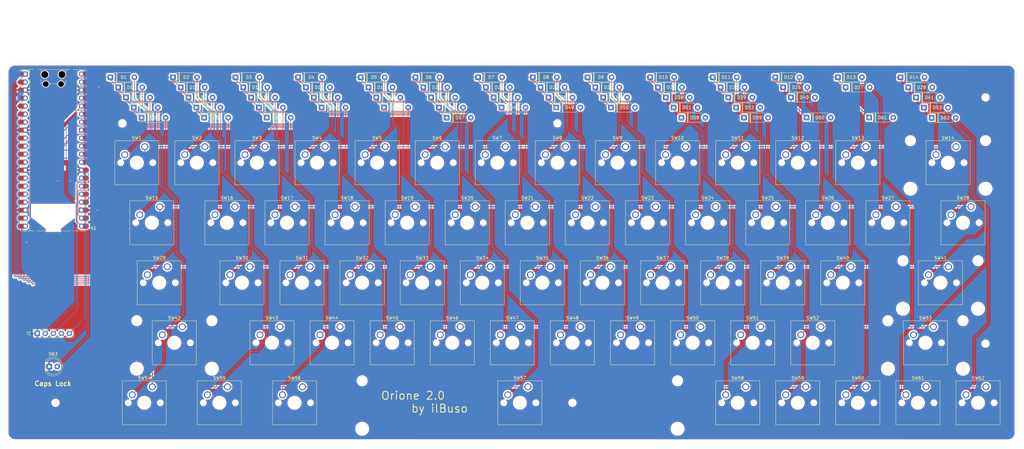
<source format=kicad_pcb>
(kicad_pcb (version 20241229) (generator "pcbnew") (generator_version "9.0")
  (layers (0 "F.Cu" signal) (2 "B.Cu" signal) (13 "F.Paste" user) (15 "B.Paste" user) (5 "F.SilkS" user "F.Silkscreen") (7 "B.SilkS" user "B.Silkscreen") (1 "F.Mask" user) (3 "B.Mask" user) (25 "Edge.Cuts" user))
  (net 0 "")
  (net 2 "Column 0")
  (net 3 "Column 1")
  (net 4 "Column 8")
  (net 6 "GND")
  (net 7 "Column 5")
  (net 8 "Column 7")
  (net 11 "Column 13")
  (net 12 "Row 3")
  (net 13 "Column 10")
  (net 14 "Column 11")
  (net 15 "Rotary_clk")
  (net 17 "Column 9")
  (net 18 "Row 2")
  (net 19 "Row 1")
  (net 21 "Column 2")
  (net 23 "Row 4")
  (net 24 "Column 4")
  (net 25 "Column 12")
  (net 27 "Rotary_dt")
  (net 30 "Column 3")
  (net 31 "Column 6")
  (net 32 "Net-(A1-GPIO22)")
  (net 35 "Row 0")
  (net 39 "Net-(D1-A)")
  (net 40 "Net-(D2-A)")
  (net 41 "Net-(D3-A)")
  (net 42 "Net-(D4-A)")
  (net 43 "Net-(D5-A)")
  (net 44 "Net-(D6-A)")
  (net 45 "Net-(D7-A)")
  (net 46 "Net-(D8-A)")
  (net 47 "Net-(D9-A)")
  (net 48 "Net-(D10-A)")
  (net 49 "Net-(D11-A)")
  (net 50 "Net-(D12-A)")
  (net 51 "Net-(D13-A)")
  (net 52 "Net-(D14-A)")
  (net 53 "Net-(D15-A)")
  (net 54 "Net-(D16-A)")
  (net 55 "Net-(D17-A)")
  (net 56 "Net-(D18-A)")
  (net 57 "Net-(D19-A)")
  (net 58 "Net-(D20-A)")
  (net 59 "Net-(D21-A)")
  (net 60 "Net-(D22-A)")
  (net 61 "Net-(D23-A)")
  (net 62 "Net-(D24-A)")
  (net 63 "Net-(D25-A)")
  (net 64 "Net-(D26-A)")
  (net 65 "Net-(D27-A)")
  (net 66 "Net-(D28-A)")
  (net 67 "Net-(D29-A)")
  (net 68 "Net-(D30-A)")
  (net 69 "Net-(D31-A)")
  (net 70 "Net-(D32-A)")
  (net 71 "Net-(D33-A)")
  (net 72 "Net-(D34-A)")
  (net 73 "Net-(D35-A)")
  (net 74 "Net-(D36-A)")
  (net 75 "Net-(D37-A)")
  (net 76 "Net-(D38-A)")
  (net 77 "Net-(D39-A)")
  (net 78 "Net-(D40-A)")
  (net 79 "Net-(D41-A)")
  (net 80 "Net-(D42-A)")
  (net 81 "Net-(D43-A)")
  (net 82 "Net-(D44-A)")
  (net 83 "Net-(D45-A)")
  (net 84 "Net-(D46-A)")
  (net 85 "Net-(D47-A)")
  (net 86 "Net-(D48-A)")
  (net 87 "Net-(D49-A)")
  (net 88 "Net-(D50-A)")
  (net 89 "Net-(D51-A)")
  (net 90 "Net-(D52-A)")
  (net 91 "Net-(D53-A)")
  (net 92 "Net-(D54-A)")
  (net 93 "Net-(D55-A)")
  (net 94 "Net-(D56-A)")
  (net 95 "Net-(D57-A)")
  (net 96 "Net-(D58-A)")
  (net 97 "Net-(D59-A)")
  (net 98 "Net-(D60-A)")
  (net 99 "Net-(D61-A)")
  (net 100 "Net-(D62-A)")
  (net 103 "Power")
  (net 104 "Rotary_sw")
  (footprint "Diode_THT:D_A-405_P7.62mm_Horizontal" (layer "F.Cu") (at 195.6675 79.6625)
    (property "Reference" "D7")
    (property "Value" "D")
  )
  (footprint "Diode_THT:D_A-405_P7.62mm_Horizontal" (layer "F.Cu") (at 255.1875 86.07)
    (property "Reference" "D38")
    (property "Value" "D")
  )
  (footprint "Diode_THT:D_A-405_P7.62mm_Horizontal" (layer "F.Cu") (at 237.81 89.28)
    (property "Reference" "D50")
    (property "Value" "D")
  )
  (footprint "Diode_THT:D_A-405_P7.62mm_Horizontal" (layer "F.Cu") (at 108.85 92.48)
    (property "Reference" "D55")
    (property "Value" "D")
  )
  (footprint "Diode_THT:D_A-405_P7.62mm_Horizontal" (layer "F.Cu") (at 270.0675 79.6625)
    (property "Reference" "D11")
    (property "Value" "D")
  )
  (footprint "MountingHole:MountingHole_2.2mm_M2" (layer "F.Cu") (at 82.9025 94.305)
    (property "Reference" "REF**" (hide yes))
    (property "Value" "MountingHole_2.2mm_M2" (hide yes))
  )
  (footprint "Diode_THT:D_A-405_P7.62mm_Horizontal" (layer "F.Cu") (at 98.9475 79.6625)
    (property "Reference" "D2")
    (property "Value" "D")
  )
  (footprint "Diode_THT:D_A-405_P7.62mm_Horizontal" (layer "F.Cu") (at 232.85 82.86)
    (property "Reference" "D23")
    (property "Value" "D")
  )
  (footprint "Diode_THT:D_A-405_P7.62mm_Horizontal" (layer "F.Cu") (at 81.5875 82.8625)
    (property "Reference" "D15")
    (property "Value" "D")
  )
  (footprint "Button_Switch_Keyboard:SW_Cherry_MX_1.25u_PCB" (layer "F.Cu") (at 92.39375 177.9075)
    (property "Reference" "SW54")
    (property "Value" "SW_Push")
  )
  (footprint "Diode_THT:D_A-405_P7.62mm_Horizontal" (layer "F.Cu") (at 252.7 82.86)
    (property "Reference" "D24")
    (property "Value" "D")
  )
  (footprint "Diode_THT:D_A-405_P7.62mm_Horizontal" (layer "F.Cu") (at 235.34 86.07)
    (property "Reference" "D37")
    (property "Value" "D")
  )
  (footprint "Button_Switch_Keyboard:SW_Cherry_MX_1.00u_PCB" (layer "F.Cu") (at 242.4125 101.7075)
    (property "Reference" "SW9")
    (property "Value" "SW_Push")
  )
  (footprint "Button_Switch_Keyboard:SW_Cherry_MX_1.00u_PCB" (layer "F.Cu") (at 156.6875 120.7575)
    (property "Reference" "SW18")
    (property "Value" "SW_Push")
  )
  (footprint "Diode_THT:D_A-405_P7.62mm_Horizontal" (layer "F.Cu") (at 126.1975 89.275)
    (property "Reference" "D44")
    (property "Value" "D")
  )
  (footprint "Button_Switch_Keyboard:SW_Cherry_MX_1.00u_PCB" (layer "F.Cu") (at 170.975 158.8575)
    (property "Reference" "SW45")
    (property "Value" "SW_Push")
  )
  (footprint "LED_THT:LED_D5.0mm" (layer "F.Cu") (at 59.71346 171.47)
    (property "Reference" "D63")
    (property "Value" "LED")
  )
  (footprint "Button_Switch_Keyboard:SW_Cherry_MX_2.25u_PCB" (layer "F.Cu") (at 101.91875 158.8575)
    (property "Reference" "SW42")
    (property "Value" "SW_Push")
  )
  (footprint "Diode_THT:D_A-405_P7.62mm_Horizontal" (layer "F.Cu") (at 203.1 89.28)
    (property "Reference" "D48")
    (property "Value" "D")
  )
  (footprint "Diode_THT:D_A-405_P7.62mm_Horizontal" (layer "F.Cu") (at 198.14 82.86)
    (property "Reference" "D21")
    (property "Value" "D")
  )
  (footprint "Diode_THT:D_A-405_P7.62mm_Horizontal" (layer "F.Cu") (at 213.0275 79.6625)
    (property "Reference" "D8")
    (property "Value" "D")
  )
  (footprint "Diode_THT:D_A-405_P7.62mm_Horizontal" (layer "F.Cu") (at 230.3875 79.6625)
    (property "Reference" "D9")
    (property "Value" "D")
  )
  (footprint "Diode_THT:D_A-405_P7.62mm_Horizontal" (layer "F.Cu") (at 185.73 92.49)
    (property "Reference" "D57")
    (property "Value" "D")
  )
  (footprint "Diode_THT:D_A-405_P7.62mm_Horizontal" (layer "F.Cu") (at 106.36 89.28)
    (property "Reference" "D43")
    (property "Value" "D")
  )
  (footprint "Diode_THT:D_A-405_P7.62mm_Horizontal" (layer "F.Cu") (at 329.5875 79.6625)
    (property "Reference" "D14")
    (property "Value" "D")
  )
  (footprint "Button_Switch_Keyboard:SW_Cherry_MX_2.75u_PCB" (layer "F.Cu") (at 340.04375 158.8575)
    (property "Reference" "SW53")
    (property "Value" "SW_Push")
  )
  (footprint "Button_Switch_Keyboard:SW_Cherry_MX_6.25u_PCB" (layer "F.Cu") (at 211.45625 177.9075)
    (property "Reference" "SW57")
    (property "Value" "SW_Push")
  )
  (footprint "Button_Switch_Keyboard:SW_Cherry_MX_1.00u_PCB" (layer "F.Cu") (at 280.5125 101.7075)
    (property "Reference" "SW11")
    (property "Value" "SW_Push")
  )
  (footprint "Diode_THT:D_A-405_P7.62mm_Horizontal" (layer "F.Cu") (at 279.97 92.49)
    (property "Reference" "D59")
    (property "Value" "D")
  )
  (footprint "Button_Switch_Keyboard:SW_Cherry_MX_1.00u_PCB" (layer "F.Cu") (at 123.35 139.8075)
    (property "Reference" "SW30")
    (property "Value" "SW_Push")
  )
  (footprint "Button_Switch_Keyboard:SW_Cherry_MX_1.00u_PCB" (layer "F.Cu") (at 261.4625 101.7075)
    (property "Reference" "SW10")
    (property "Value" "SW_Push")
  )
  (footprint "Button_Switch_Keyboard:SW_Cherry_MX_1.00u_PCB" (layer "F.Cu") (at 275.75 139.8075)
    (property "Reference" "SW38")
    (property "Value" "SW_Push")
  )
  (footprint "Button_Switch_Keyboard:SW_Cherry_MX_1.00u_PCB" (layer "F.Cu") (at 132.875 158.8575)
    (property "Reference" "SW43")
    (property "Value" "SW_Push")
  )
  (footprint "Button_Switch_Keyboard:SW_Cherry_MX_1.00u_PCB" (layer "F.Cu") (at 204.3125 101.7075)
    (property "Reference" "SW7")
    (property "Value" "SW_Push")
  )
  (footprint "Diode_THT:D_A-405_P7.62mm_Horizontal" (layer "F.Cu") (at 339.49 92.53)
    (property "Reference" "D62")
    (property "Value" "D")
  )
  (footprint "Button_Switch_Keyboard:SW_Cherry_MX_1.00u_PCB" (layer "F.Cu") (at 147.1625 101.7075)
    (property "Reference" "SW4")
    (property "Value" "SW_Push")
  )
  (footprint "Diode_THT:D_A-405_P7.62mm_Horizontal" (layer "F.Cu") (at 200.61 86.07)
    (property "Reference" "D35")
    (property "Value" "D")
  )
  (footprint "Button_Switch_Keyboard:SW_Cherry_MX_1.00u_PCB" (layer "F.Cu") (at 304.325 158.8575)
    (property "Reference" "SW52")
    (property "Value" "SW_Push")
  )
  (footprint "Button_Switch_Keyboard:SW_Cherry_MX_1.00u_PCB" (layer "F.Cu") (at 337.6625 177.9075)
    (property "Reference" "SW61")
    (property "Value" "SW_Push")
  )
  (footprint "Diode_THT:D_A-405_P7.62mm_Horizontal" (layer "F.Cu") (at 163.4275 86.0625)
    (property "Reference" "D33")
    (property "Value" "D")
  )
  (footprint "Button_Switch_Keyboard:SW_Cherry_MX_1.00u_PCB" (layer "F.Cu") (at 194.7875 120.7575)
    (property "Reference" "SW20")
    (property "Value" "SW_Push")
  )
  (footprint "Button_Switch_Keyboard:SW_Cherry_MX_1.00u_PCB" (layer "F.Cu") (at 185.2625 101.7075)
    (property "Reference" "SW6")
    (property "Value" "SW_Push")
  )
  (footprint "Button_Switch_Keyboard:SW_Cherry_MX_1.00u_PCB" (layer "F.Cu") (at 328.1375 120.7575)
    (property "Reference" "SW27")
    (property "Value" "SW_Push")
  )
  (footprint "Diode_THT:D_A-405_P7.62mm_Horizontal" (layer "F.Cu") (at 332.05 82.87)
    (property "Reference" "D28")
    (property "Value" "D")
  )
  (footprint "MountingHole:MountingHole_2.2mm_M2" (layer "F.Cu") (at 225.585 182.9875)
    (property "Reference" "REF**" (hide yes))
    (property "Value" "MountingHole_2.2mm_M2")
  )
  (footprint "Diode_THT:D_A-405_P7.62mm_Horizontal" (layer "F.Cu") (at 183.26 89.28)
    (property "Reference" "D47")
    (property "Value" "D")
  )
  (footprint "Button_Switch_Keyboard:SW_Cherry_MX_1.25u_PCB" (layer "F.Cu") (at 140.01875 177.9075)
    (property "Reference" "SW56")
    (property "Value" "SW_Push")
  )
  (footprint "Diode_THT:D_A-405_P7.62mm_Horizontal" (layer "F.Cu") (at 118.7875 79.6625)
    (property "Reference" "D3")
    (property "Value" "D")
  )
  (footprint "Button_Switch_Keyboard:SW_Cherry_MX_1.00u_PCB" (layer "F.Cu") (at 223.3625 101.7075)
    (property "Reference" "SW8")
    (property "Value" "SW_Push")
  )
  (footprint "Button_Switch_Keyboard:SW_Cherry_MX_1.00u_PCB" (layer "F.Cu") (at 309.0875 120.7575)
    (property "Reference" "SW26")
    (property "Value" "SW_Push")
  )
  (footprint "Connector_PinSocket_2.54mm:PinSocket_1x05_P2.54mm_Vertical" (layer "F.Cu") (at 55.93846 160.97 90)
    (property "Reference" "J1")
    (property "Value" "Conn_01x05_Socket")
  )
  (footprint "Button_Switch_Keyboard:SW_Cherry_MX_1.00u_PCB" (layer "F.Cu") (at 142.4 139.8075)
    (property "Reference" "SW31")
    (property "Value" "SW_Push")
  )
  (footprint "Button_Switch_Keyboard:SW_Cherry_MX_1.75u_PCB" (layer "F.Cu") (at 97.15625 139.8075)
    (property "Reference" "SW29")
    (property "Value" "SW_Push")
  )
  (footprint "Diode_THT:D_A-405_P7.62mm_Horizontal" (layer "F.Cu") (at 250.2275 79.6625)
    (property "Reference" "D10")
    (property "Value" "D")
  )
  (footprint "Button_Switch_Keyboard:SW_Cherry_MX_1.00u_PCB" (layer "F.Cu") (at 232.8875 120.7575)
    (property "Reference" "SW22")
    (property "Value" "SW_Push")
  )
  (footprint "Button_Switch_Keyboard:SW_Cherry_MX_1.00u_PCB" (layer "F.Cu") (at 109.0625 101.7075)
    (property "Reference" "SW2")
    (property "Value" "SW_Push")
  )
  (footprint "Diode_THT:D_A-405_P7.62mm_Horizontal" (layer "F.Cu") (at 180.7875 86.07)
    (property "Reference" "D34")
    (property "Value" "D")
  )
  (footprint "Button_Switch_Keyboard:SW_Cherry_MX_1.00u_PCB" (layer "F.Cu") (at 166.2125 101.7075)
    (property "Reference" "SW5")
    (property "Value" "SW_Push")
  )
  (footprint "Diode_THT:D_A-405_P7.62mm_Horizontal" (layer "F.Cu") (at 165.9 89.27)
    (property "Reference" "D46")
    (property "Value" "D")
  )
  (footprint "Diode_THT:D_A-405_P7.62mm_Horizontal" (layer "F.Cu") (at 277.5 89.28)
    (property "Reference" "D52")
    (property "Value" "D")
  )
  (footprint "Diode_THT:D_A-405_P7.62mm_Horizontal" (layer "F.Cu") (at 220.46 89.28)
    (property "Reference" "D49")
    (property "Value" "D")
  )
  (footprint "Diode_THT:D_A-405_P7.62mm_Horizontal" (layer "F.Cu") (at 103.87 86.08)
    (property "Reference" "D30")
    (property "Value" "D")
  )
  (footprint "Diode_THT:D_A-405_P7.62mm_Horizontal" (layer "F.Cu") (at 272.5475 82.865)
    (property "Reference" "D25")
    (property "Value" "D")
  )
  (footprint "Diode_THT:D_A-405_P7.62mm_Horizontal" (layer "F.Cu") (at 257.66 89.28)
    (property "Reference" "D51")
    (property "Value" "D")
  )
  (footprint "Button_Switch_Keyboard:SW_Cherry_MX_1.00u_PCB" (layer "F.Cu") (at 251.9375 120.7575)
    (property "Reference" "SW23")
    (property "Value" "SW_Push")
  )
  (footprint "Button_Switch_Keyboard:SW_Cherry_MX_1.00u_PCB" (layer "F.Cu") (at 299.5625 101.7075)
    (property "Reference" "SW12")
    (property "Value" "SW_Push")
  )
  (footprint "Diode_THT:D_A-405_P7.62mm_Horizontal" (layer "F.Cu") (at 143.5875 86.065)
    (property "Reference" "D32")
    (property "Value" "D")
  )
  (footprint "Button_Switch_Keyboard:SW_Cherry_MX_1.00u_PCB" (layer "F.Cu") (at 137.6375 120.7575)
    (property "Reference" "SW17")
    (property "Value" "SW_Push")
  )
  (footprint "MountingHole:MountingHole_2.2mm_M2" (layer "F.Cu") (at 356.5475 164.205)
    (property "Reference" "REF**" (hide yes))
    (property "Value" "MountingHole_2.2mm_M2")
  )
  (footprint "Button_Switch_Keyboard:SW_Cherry_MX_1.00u_PCB" (layer "F.Cu") (at 199.55 139.8075)
    (property "Reference" "SW34")
    (property "Value" "SW_Push")
  )
  (footprint "MountingHole:MountingHole_2.2mm_M2" (layer "F.Cu") (at 220.8225 94.305)
    (property "Reference" "REF**" (hide yes))
    (property "Value" "MountingHole_2.2mm_M2")
  )
  (footprint "Button_Switch_Keyboard:SW_Cherry_MX_1.25u_PCB" (layer "F.Cu") (at 116.20625 177.9075)
    (property "Reference" "SW55")
    (property "Value" "SW_Push")
  )
  (footprint "Button_Switch_Keyboard:SW_Cherry_MX_1.00u_PCB" (layer "F.Cu") (at 151.925 158.8575)
    (property "Reference" "SW44")
    (property "Value" "SW_Push")
  )
  (footprint "Button_Switch_Keyboard:SW_Cherry_MX_2.00u_PCB" (layer "F.Cu") (at 347.1875 101.7075)
    (property "Reference" "SW14")
    (property "Value" "SW_Push")
  )
  (footprint "Button_Switch_Keyboard:SW_Cherry_MX_1.00u_PCB" (layer "F.Cu") (at 213.8375 120.7575)
    (property "Reference" "SW21")
    (property "Value" "SW_Push")
  )
  (footprint "Button_Switch_Keyboard:SW_Cherry_MX_1.00u_PCB" (layer "F.Cu") (at 299.5625 177.9075)
    (property "Reference" "SW59")
    (property "Value" "SW_Push")
  )
  (footprint "Diode_THT:D_A-405_P7.62mm_Horizontal" (layer "F.Cu") (at 215.5 82.86)
    (property "Reference" "D22")
    (property "Value" "D")
  )
  (footprint "Button_Switch_Keyboard:SW_Cherry_MX_1.00u_PCB" (layer "F.Cu") (at 290.0375 120.7575)
    (property "Reference" "SW25")
    (property "Value" "SW_Push")
  )
  (footprint "Diode_THT:D_A-405_P7.62mm_Horizontal" (layer "F.Cu") (at 146.0675 89.265)
    (property "Reference" "D45")
    (property "Value" "D")
  )
  (footprint "Button_Switch_Keyboard:SW_Cherry_MX_1.50u_PCB" (layer "F.Cu") (at 94.775 120.7575)
    (property "Reference" "SW15")
    (property "Value" "SW_Push")
  )
  (footprint "Button_Switch_Keyboard:SW_Cherry_MX_1.00u_PCB" (layer "F.Cu") (at 209.075 158.8575)
    (property "Reference" "SW47")
    (property "Value" "SW_Push")
  )
  (footprint "Button_Switch_Keyboard:SW_Cherry_MX_1.00u_PCB" (layer "F.Cu") (at 128.1125 101.7075)
    (property "Reference" "SW3")
    (property "Value" "SW_Push")
  )
  (footprint "Button_Switch_Keyboard:SW_Cherry_MX_1.00u_PCB" (layer "F.Cu") (at 318.6125 101.7075)
    (property "Reference" "SW13")
    (property "Value" "SW_Push")
  )
  (footprint "Diode_THT:D_A-405_P7.62mm_Horizontal" (layer "F.Cu") (at 260.13 92.49)
    (property "Reference" "D58")
    (property "Value" "D")
  )
  (footprint "Button_Switch_Keyboard:SW_Cherry_MX_1.00u_PCB" (layer "F.Cu") (at 218.6 139.8075)
    (property "Reference" "SW35")
    (property "Value" "SW_Push")
  )
  (footprint "Diode_THT:D_A-405_P7.62mm_Horizontal" (layer "F.Cu") (at 309.7475 79.6625)
    (property "Reference" "D13")
    (property "Value" "D")
  )
  (footprint "Button_Switch_Keyboard:SW_Cherry_MX_1.00u_PCB" (layer "F.Cu") (at 237.65 139.8075)
    (property "Reference" "SW36")
    (property "Value" "SW_Push")
  )
  (footprint "Diode_THT:D_A-405_P7.62mm_Horizontal" (layer "F.Cu") (at 101.41 82.88)
    (property "Reference" "D16")
    (property "Value" "D")
  )
  (footprint "MountingHole:MountingHole_2.2mm_M2" (layer "F.Cu") (at 356.5475 86.055)
    (property "Reference" "REF**" (hide yes))
    (property "Value" "MountingHole_2.2mm_M2")
  )
  (footprint "Diode_THT:D_A-405_P7.62mm_Horizontal" (layer "F.Cu") (at 138.6275 79.6625)
    (property "Reference" "D4")
    (property "Value" "D")
  )
  (footprint "Button_Switch_Keyboard:SW_Cherry_MX_1.00u_PCB" (layer "F.Cu") (at 228.125 158.8575)
    (property "Reference" "SW48")
    (property "Value" "SW_Push")
  )
  (footprint "Diode_THT:D_A-405_P7.62mm_Horizontal" (layer "F.Cu") (at 123.72 86.08)
    (property "Reference" "D31")
    (property "Value" "D")
  )
  (footprint "Button_Switch_Keyboard:SW_Cherry_MX_1.00u_PCB" (layer "F.Cu") (at 247.175 158.8575)
    (property "Reference" "SW49")
    (property "Value" "SW_Push")
  )
  (footprint "Diode_THT:D_A-405_P7.62mm_Horizontal" (layer "F.Cu") (at 312.21 82.87)
    (property "Reference" "D27")
    (property "Value" "D")
  )
  (footprint "Diode_THT:D_A-405_P7.62mm_Horizontal" (layer "F.Cu") (at 289.9075 79.665)
    (property "Reference" "D12")
    (property "Value" "D")
  )
  (footprint "Diode_THT:D_A-405_P7.62mm_Horizontal" (layer "F.Cu") (at 299.8275 92.455)
    (property "Reference" "D60")
    (property "Value" "D")
  )
  (footprint "Diode_THT:D_A-405_P7.62mm_Horizontal" (layer "F.Cu") (at 86.52 89.28)
    (property "Reference" "D42")
    (property "Value" "D")
  )
  (footprint "Button_Switch_Keyboard:SW_Cherry_MX_1.00u_PCB" (layer "F.Cu") (at 285.275 158.8575)
    (property "Reference" "SW51")
    (property "Value" "SW_Push")
  )
  (footprint "Button_Switch_Keyboard:SW_Cherry_MX_1.00u_PCB" (layer "F.Cu") (at 90.0125 101.7075)
    (property "Reference" "SW1")
    (property "Value" "SW_Push")
  )
  (footprint "Diode_THT:D_A-405_P7.62mm_Horizontal" (layer "F.Cu") (at 175.8275 79.6625)
    (property "Reference" "D6")
    (property "Value" "D")
  )
  (footprint "Diode_THT:D_A-405_P7.62mm_Horizontal" (layer "F.Cu") (at 292.3875 82.8625)
    (property "Reference" "D26")
    (property "Value" "D")
  )
  (footprint "Diode_THT:D_A-405_P7.62mm_Horizontal" (layer "F.Cu") (at 79.0975 79.6625)
    (property "Reference" "D1" (hide yes))
    (property "Value" "D")
  )
  (footprint "Button_Switch_Keyboard:SW_Cherry_MX_1.00u_PCB" (layer "F.Cu") (at 175.7375 120.7575)
    (property "Reference" "SW19")
    (property "Value" "SW_Push")
  )
  (footprint "Button_Switch_Keyboard:SW_Cherry_MX_1.00u_PCB" (layer "F.Cu") (at 280.5125 177.9075)
    (property "Reference" "SW58")
    (property "Value" "SW_Push")
  )
  (footprint "Button_Switch_Keyboard:SW_Cherry_MX_1.00u_PCB" (layer "F.Cu") (at 294.8 139.8075)
    (property "Reference" "SW39")
    (property "Value" "SW_Push")
  )
  (footprint "MountingHole:MountingHole_2.2mm_M2" (layer "F.Cu") (at 61.7125 182.9875)
    (property "Reference" "REF**" (hide yes))
    (property "Value" "MountingHole_2.2mm_M2")
  )
  (footprint "Diode_THT:D_A-405_P7.62mm_Horizontal" (layer "F.Cu") (at 141.1075 82.8625)
    (property "Reference" "D18")
    (property "Value" "D")
  )
  (footprint "Diode_THT:D_A-405_P7.62mm_Horizontal" (layer "F.Cu") (at 294.86 86.07)
    (property "Reference" "D40")
    (property "Value" "D")
  )
  (footprint "Button_Switch_Keyboard:SW_Cherry_MX_1.00u_PCB" (layer "F.Cu") (at 161.45 139.8075)
    (property "Reference" "SW32")
    (property "Value" "SW_Push")
  )
  (footprint "Diode_THT:D_A-405_P7.62mm_Horizontal" (layer "F.Cu") (at 158.4675 79.6625)
    (property "Reference" "D5")
    (property "Value" "D")
  )
  (footprint "Diode_THT:D_A-405_P7.62mm_Horizontal" (layer "F.Cu") (at 334.53 86.09)
    (property "Reference" "D41")
    (property "Value" "D")
  )
  (footprint "Button_Switch_Keyboard:SW_Cherry_MX_1.00u_PCB" (layer "F.Cu") (at 318.6125 177.9075)
    (property "Reference" "SW60")
    (property "Value" "SW_Push")
  )
  (footprint "Diode_THT:D_A-405_P7.62mm_Horizontal" (layer "F.Cu") (at 84.06 86.07)
    (property "Reference" "D29")
    (property "Value" "D")
  )
  (footprint "Button_Switch_Keyboard:SW_Cherry_MX_1.00u_PCB" (layer "F.Cu") (at 270.9875 120.7575)
    (property "Reference" "SW24")
    (property "Value" "SW_Push")
  )
  (footprint "Diode_THT:D_A-405_P7.62mm_Horizontal" (layer "F.Cu") (at 128.6675 92.47)
    (property "Reference" "D56")
    (property "Value" "D")
  )
  (footprint "Button_Switch_Keyboard:SW_Cherry_MX_1.00u_PCB" (layer "F.Cu") (at 356.7125 177.9075)
    (property "Reference" "SW62")
    (property "Value" "SW_Push")
  )
  (footprint "Button_Switch_Keyboard:SW_Cherry_MX_1.50u_PCB" (layer "F.Cu") (at 351.95 120.7575)
    (property "Reference" "SW28")
    (property "Value" "SW_Push")
  )
  (footprint "Button_Switch_Keyboard:SW_Cherry_MX_2.25u_PCB" (layer "F.Cu") (at 344.80625 139.8075)
    (property "Reference" "SW41")
    (property "Value" "SW_Push")
  )
  (footprint "Diode_THT:D_A-405_P7.62mm_Horizontal" (layer "F.Cu") (at 275.01 86.07)
    (property "Reference" "D39")
    (property "Value" "D")
  )
  (footprint "Button_Switch_Keyboard:SW_Cherry_MX_1.00u_PCB" (layer "F.Cu") (at 118.5875 120.7575)
    (property "Reference" "SW16")
    (property "Value" "SW_Push")
  )
  (footprint "Button_Switch_Keyboard:SW_Cherry_MX_1.00u_PCB" (layer "F.Cu") (at 256.7 139.8075)
    (property "Reference" "SW37")
    (property "Value" "SW_Push")
  )
  (footprint "Diode_THT:D_A-405_P7.62mm_Horizontal" (layer "F.Cu") (at 337.0275 89.31)
    (property "Reference" "D53")
    (property "Value" "D")
  )
  (footprint "Diode_THT:D_A-405_P7.62mm_Horizontal" (layer "F.Cu") (at 89 92.49)
    (property "Reference" "D54")
    (property "Value" "D")
  )
  (footprint "Button_Switch_Keyboard:SW_Cherry_MX_1.00u_PCB" (layer "F.Cu") (at 180.5 139.8075)
    (property "Reference" "SW33")
    (property "Value" "SW_Push")
  )
  (footprint "Diode_THT:D_A-405_P7.62mm_Horizontal" (layer "F.Cu") (at 319.6675 92.455)
    (property "Reference" "D61")
    (property "Value" "D")
  )
  (footprint "Diode_THT:D_A-405_P7.62mm_Horizontal" (layer "F.Cu") (at 121.24 82.87)
    (property "Reference" "D17")
    (property "Value" "D")
  )
  (footprint "Diode_THT:D_A-405_P7.62mm_Horizontal" (layer "F.Cu") (at 178.3075 82.8625)
    (property "Reference" "D20")
    (property "Value" "D")
  )
  (footprint "Module:RaspberryPi_Pico_Common_Unspecified" (layer "F.Cu") (at 61.0321 102.795)
    (property "Reference" "A1")
    (property "Value" "RaspberryPi_Pico")
  )
  (footprint "Button_Switch_Keyboard:SW_Cherry_MX_1.00u_PCB" (layer "F.Cu") (at 313.85 139.8075)
    (property "Reference" "SW40")
    (property "Value" "SW_Push")
  )
  (footprint "Button_Switch_Keyboard:SW_Cherry_MX_1.00u_PCB" (layer "F.Cu") (at 190.025 158.8575)
    (property "Reference" "SW46")
    (property "Value" "SW_Push")
  )
  (footprint "Diode_THT:D_A-405_P7.62mm_Horizontal" (layer "F.Cu") (at 217.9875 86.07)
    (property "Reference" "D36")
    (property "Value" "D")
  )
  (footprint "Button_Switch_Keyboard:SW_Cherry_MX_1.00u_PCB" (layer "F.Cu") (at 266.225 158.8575)
    (property "Reference" "SW50")
    (property "Value" "SW_Push")
  )
  (footprint "Diode_THT:D_A-405_P7.62mm_Horizontal" (layer "F.Cu") (at 160.93 82.87)
    (property "Reference" "D19")
    (property "Value" "D")
  )
  (gr_arc (start 48.88 195.01) (mid 47.083949 194.266051) (end 46.34 192.47) (stroke (width 0.05)) (layer "Edge.Cuts"))
  (gr_arc (start 363.6975 75.5225) (mid 365.493551 76.266449) (end 366.2375 78.0625) (stroke (width 0.05)) (layer "Edge.Cuts"))
  (gr_line (start 366.2375 192.5125) (end 366.2375 78.0625) (stroke (width 0.05)) (layer "Edge.Cuts"))
  (gr_arc (start 46.34 78.02) (mid 47.083949 76.223949) (end 48.88 75.48) (stroke (width 0.05)) (layer "Edge.Cuts"))
  (gr_line (start 48.88 195.01) (end 363.6975 195.0525) (stroke (width 0.05)) (layer "Edge.Cuts"))
  (gr_line (start 46.34 78.02) (end 46.34 192.47) (stroke (width 0.05)) (layer "Edge.Cuts"))
  (gr_arc (start 366.2375 192.5125) (mid 365.493551 194.308551) (end 363.6975 195.0525) (stroke (width 0.05)) (layer "Edge.Cuts"))
  (gr_line (start 48.88 75.48) (end 363.6975 75.5225) (stroke (width 0.05)) (layer "Edge.Cuts"))
  (gr_text "Caps Lock" (at 54.867031 177.77 0) (layer "F.SilkS") (effects (font (size 1.5 1.5) (thickness 0.3) (bold yes)) (justify left bottom)))
  (gr_text "Orione 2.0\n	by ilBuso" (at 164.7675 186.275 0) (layer "F.SilkS") (effects (font (size 2.54 2.54) (thickness 0.3) (bold yes)) (justify left bottom)))
  (segment (start 66.8001 88.6086) (end 66.8001 81.347) (width 0.2) (layer "F.Cu") (net 2))
  (segment (start 52.1421 93.905) (end 61.5037 93.905) (width 0.2) (layer "F.Cu") (net 2))
  (segment (start 72.635 79.935) (end 72.9075 79.6625) (width 0.2) (layer "F.Cu") (net 2))
  (segment (start 61.5037 93.905) (end 66.8001 88.6086) (width 0.2) (layer "F.Cu") (net 2))
  (segment (start 79.0975 79.6625) (end 78.82 79.94) (width 0.2) (layer "F.Cu") (net 2))
  (segment (start 66.8001 81.347) (end 68.2121 79.935) (width 0.2) (layer "F.Cu") (net 2))
  (segment (start 72.9075 79.6625) (end 79.0975 79.6625) (width 0.2) (layer "F.Cu") (net 2))
  (segment (start 68.2121 79.935) (end 72.635 79.935) (width 0.2) (layer "F.Cu") (net 2))
  (segment (start 81.5875 82.8625) (end 79.0975 80.3725) (width 0.2) (layer "B.Cu") (net 2))
  (segment (start 84.0675 86.0625) (end 81.5875 83.5825) (width 0.2) (layer "B.Cu") (net 2))
  (segment (start 84.0675 86.775) (end 84.0675 86.0625) (width 0.2) (layer "B.Cu") (net 2))
  (segment (start 86.5475 89.255) (end 84.0675 86.775) (width 0.2) (layer "B.Cu") (net 2))
  (segment (start 86.5475 89.995) (end 86.5475 89.255) (width 0.2) (layer "B.Cu") (net 2))
  (segment (start 81.5875 83.5825) (end 81.5875 82.8625) (width 0.2) (layer "B.Cu") (net 2))
  (segment (start 89.0175 92.465) (end 86.5475 89.995) (width 0.2) (layer "B.Cu") (net 2))
  (segment (start 79.0975 80.3725) (end 79.0975 79.6625) (width 0.2) (layer "B.Cu") (net 2))
  (segment (start 67.2011 88.7747) (end 56.9908 98.985) (width 0.2) (layer "F.Cu") (net 3))
  (segment (start 98.9475 79.6625) (end 89.7675 79.6625) (width 0.2) (layer "F.Cu") (net 3))
  (segment (start 67.2011 83.266) (end 67.2011 88.7747) (width 0.2) (layer "F.Cu") (net 3))
  (segment (start 73.67355 81.44355) (end 72.6421 82.475) (width 0.2) (layer "F.Cu") (net 3))
  (segment (start 89.7675 79.6625) (end 88.06 81.37) (width 0.2) (layer "F.Cu") (net 3))
  (segment (start 73.7521 81.365) (end 73.67355 81.44355) (width 0.2) (layer "F.Cu") (net 3))
  (segment (start 56.9908 98.985) (end 52.1421 98.985) (width 0.2) (layer "F.Cu") (net 3))
  (segment (start 72.6421 82.475) (end 67.9921 82.475) (width 0.2) (layer "F.Cu") (net 3))
  (segment (start 67.9921 82.475) (end 67.2011 83.266) (width 0.2) (layer "F.Cu") (net 3))
  (segment (start 73.7471 81.37) (end 73.67355 81.44355) (width 0.2) (layer "F.Cu") (net 3))
  (segment (start 88.06 81.37) (end 73.7471 81.37) (width 0.2) (layer "F.Cu") (net 3))
  (segment (start 103.8975 86.875) (end 103.8975 86.155) (width 0.2) (layer "B.Cu") (net 3))
  (segment (start 101.4275 82.955) (end 98.9475 80.475) (width 0.2) (layer "B.Cu") (net 3))
  (segment (start 103.8975 86.155) (end 101.4275 83.685) (width 0.2) (layer "B.Cu") (net 3))
  (segment (start 108.8575 92.565) (end 106.3775 90.085) (width 0.2) (layer "B.Cu") (net 3))
  (segment (start 98.9475 80.475) (end 98.9475 79.6625) (width 0.2) (layer "B.Cu") (net 3))
  (segment (start 106.3775 90.085) (end 106.3775 89.355) (width 0.2) (layer "B.Cu") (net 3))
  (segment (start 101.4275 83.685) (end 101.4275 82.955) (width 0.2) (layer "B.Cu") (net 3))
  (segment (start 106.3775 89.355) (end 103.8975 86.875) (width 0.2) (layer "B.Cu") (net 3))
  (segment (start 76.4289 100.424) (end 79.7579 97.095) (width 0.2) (layer "F.Cu") (net 4))
  (segment (start 221.8165 80.8635) (end 210.1565 80.8635) (width 0.2) (layer "F.Cu") (net 4))
  (segment (start 53.0579 119.305) (end 57.9931 114.3698) (width 0.2) (layer "F.Cu") (net 4))
  (segment (start 84.03 97.1) (end 84.295 96.835) (width 0.2) (layer "F.Cu") (net 4))
  (segment (start 52.1421 119.305) (end 53.0579 119.305) (width 0.2) (layer "F.Cu") (net 4))
  (segment (start 134.9869 90.476) (end 114.482471 90.476) (width 0.2) (layer "F.Cu") (net 4))
  (segment (start 57.9931 114.3698) (end 57.9931 107.9453) (width 0.2) (layer "F.Cu") (net 4))
  (segment (start 138.1969 87.266) (end 134.9869 90.476) (width 0.2) (layer "F.Cu") (net 4))
  (segment (start 163.1875 87.266) (end 138.1969 87.266) (width 0.2) (layer "F.Cu") (net 4))
  (segment (start 206.9565 84.0635) (end 175.5065 84.0635) (width 0.2) (layer "F.Cu") (net 4))
  (segment (start 223.0175 79.6625) (end 221.8165 80.8635) (width 0.2) (layer "F.Cu") (net 4))
  (segment (start 210.1565 80.8635) (end 206.9565 84.0635) (width 0.2) (layer "F.Cu") (net 4))
  (segment (start 65.5144 100.424) (end 76.4289 100.424) (width 0.2) (layer "F.Cu") (net 4))
  (segment (start 84.035 97.095) (end 84.295 96.835) (width 0.2) (layer "F.Cu") (net 4))
  (segment (start 79.7579 97.095) (end 84.035 97.095) (width 0.2) (layer "F.Cu") (net 4))
  (segment (start 175.5065 84.0635) (end 172.3065 87.2635) (width 0.2) (layer "F.Cu") (net 4))
  (segment (start 163.19 87.2635) (end 163.1875 87.266) (width 0.2) (layer "F.Cu") (net 4))
  (segment (start 114.477471 90.481) (end 106.34 90.481) (width 0.2) (layer "F.Cu") (net 4))
  (segment (start 87.439 93.691) (end 84.295 96.835) (width 0.2) (layer "F.Cu") (net 4))
  (segment (start 230.3875 79.6625) (end 223.0175 79.6625) (width 0.2) (layer "F.Cu") (net 4))
  (segment (start 114.482471 90.476) (end 114.477471 90.481) (width 0.2) (layer "F.Cu") (net 4))
  (segment (start 106.34 90.481) (end 103.13 93.691) (width 0.2) (layer "F.Cu") (net 4))
  (segment (start 57.9931 107.9453) (end 65.5144 100.424) (width 0.2) (layer "F.Cu") (net 4))
  (segment (start 172.3065 87.2635) (end 163.19 87.2635) (width 0.2) (layer "F.Cu") (net 4))
  (segment (start 103.13 93.691) (end 87.439 93.691) (width 0.2) (layer "F.Cu") (net 4))
  (segment (start 235.3475 86.0625) (end 235.3475 86.7825) (width 0.2) (layer "B.Cu") (net 4))
  (segment (start 230.3875 80.3825) (end 232.8675 82.8625) (width 0.2) (layer "B.Cu") (net 4))
  (segment (start 235.3475 86.7825) (end 237.8275 89.2625) (width 0.2) (layer "B.Cu") (net 4))
  (segment (start 232.8675 83.5825) (end 235.3475 86.0625) (width 0.2) (layer "B.Cu") (net 4))
  (segment (start 232.8675 82.8625) (end 232.8675 83.5825) (width 0.2) (layer "B.Cu") (net 4))
  (segment (start 230.3875 79.6625) (end 230.3875 80.3825) (width 0.2) (layer "B.Cu") (net 4))
  (segment (start 74.915 121.845) (end 74.97 121.79) (width 0.2) (layer "F.Cu") (net 6))
  (segment (start 50.735 121.845) (end 49.02 123.56) (width 0.2) (layer "F.Cu") (net 6))
  (segment (start 49.02 123.56) (end 49.02 128.61) (width 0.2) (layer "F.Cu") (net 6))
  (segment (start 70.7221 121.845) (end 74.915 121.845) (width 0.2) (layer "F.Cu") (net 6))
  (segment (start 51.3421 121.845) (end 50.735 121.845) (width 0.2) (layer "F.Cu") (net 6))
  (segment (start 49.02 128.61) (end 52.5 132.09) (width 0.2) (layer "F.Cu") (net 6))
  (via (at 74.97 121.79) (size 0.6) (drill 0.3) (layers "F.Cu" "B.Cu") (net 6))
  (via (at 66.42 112.49) (size 0.6) (drill 0.3) (layers "F.Cu" "B.Cu") (net 6))
  (via (at 75.46 82.77) (size 0.6) (drill 0.3) (layers "F.Cu" "B.Cu") (net 6))
  (via (at 52.5 132.09) (size 0.6) (drill 0.3) (layers "F.Cu" "B.Cu") (net 6))
  (via (at 62.42 112.54) (size 0.6) (drill 0.3) (layers "F.Cu" "B.Cu") (net 6))
  (segment (start 77.5051 87.752) (end 77.5101 87.757) (width 0.2) (layer "F.Cu") (net 7))
  (segment (start 130.1771 84.59) (end 133.4961 81.271) (width 0.2) (layer "F.Cu") (net 7))
  (segment (start 72.6121 92.645) (end 77.5051 87.752) (width 0.2) (layer "F.Cu") (net 7))
  (segment (start 56.7901 111.097) (end 56.7901 107.447) (width 0.2) (layer "F.Cu") (net 7))
  (segment (start 63.8411 100.396) (end 63.8411 97.196) (width 0.2) (layer "F.Cu") (net 7))
  (segment (start 63.8411 97.196) (end 68.3921 92.645) (width 0.2) (layer "F.Cu") (net 7))
  (segment (start 77.5101 87.757) (end 93.0501 87.757) (width 0.2) (layer "F.Cu") (net 7))
  (segment (start 52.1421 111.685) (end 56.2021 111.685) (width 0.2) (layer "F.Cu") (net 7))
  (segment (start 56.2021 111.685) (end 56.7901 111.097) (width 0.2) (layer "F.Cu") (net 7))
  (segment (start 168.9375 79.6625) (end 175.8275 79.6625) (width 0.2) (layer "F.Cu") (net 7))
  (segment (start 133.4961 81.271) (end 167.329 81.271) (width 0.2) (layer "F.Cu") (net 7))
  (segment (start 167.329 81.271) (end 168.9375 79.6625) (width 0.2) (layer "F.Cu") (net 7))
  (segment (start 96.2171 84.59) (end 130.1771 84.59) (width 0.2) (layer "F.Cu") (net 7))
  (segment (start 68.3921 92.645) (end 72.6121 92.645) (width 0.2) (layer "F.Cu") (net 7))
  (segment (start 93.0501 87.757) (end 96.2171 84.59) (width 0.2) (layer "F.Cu") (net 7))
  (segment (start 56.7901 107.447) (end 63.8411 100.396) (width 0.2) (layer "F.Cu") (net 7))
  (segment (start 178.3075 82.8625) (end 178.3075 83.5825) (width 0.2) (layer "B.Cu") (net 7))
  (segment (start 175.8275 79.6625) (end 175.8275 80.3825) (width 0.2) (layer "B.Cu") (net 7))
  (segment (start 183.2675 89.9825) (end 185.7475 92.4625) (width 0.2) (layer "B.Cu") (net 7))
  (segment (start 180.7875 86.7825) (end 183.2675 89.2625) (width 0.2) (layer "B.Cu") (net 7))
  (segment (start 175.8275 80.3825) (end 178.3075 82.8625) (width 0.2) (layer "B.Cu") (net 7))
  (segment (start 180.7875 86.0625) (end 180.7875 86.7825) (width 0.2) (layer "B.Cu") (net 7))
  (segment (start 183.2675 89.2625) (end 183.2675 89.9825) (width 0.2) (layer "B.Cu") (net 7))
  (segment (start 178.3075 83.5825) (end 180.7875 86.0625) (width 0.2) (layer "B.Cu") (net 7))
  (segment (start 206.0675 79.6625) (end 213.0275 79.6625) (width 0.2) (layer "F.Cu") (net 8))
  (segment (start 173.1226 81.2645) (end 204.4655 81.2645) (width 0.2) (layer "F.Cu") (net 8))
  (segment (start 204.4655 81.2645) (end 206.0675 79.6625) (width 0.2) (layer "F.Cu") (net 8))
  (segment (start 132.6951 87.682) (end 135.7271 84.65) (width 0.2) (layer "F.Cu") (net 8))
  (segment (start 83.0349 90.882) (end 95.4351 90.882) (width 0.2) (layer "F.Cu") (net 8))
  (segment (start 98.6351 87.682) (end 132.6951 87.682) (width 0.2) (layer "F.Cu") (net 8))
  (segment (start 169.7371 84.65) (end 173.1226 81.2645) (width 0.2) (layer "F.Cu") (net 8))
  (segment (start 72.7621 97.725) (end 79.6101 90.877) (width 0.2) (layer "F.Cu") (net 8))
  (segment (start 83.0299 90.877) (end 83.0349 90.882) (width 0.2) (layer "F.Cu") (net 8))
  (segment (start 52.1421 116.765) (end 55.0308 116.765) (width 0.2) (layer "F.Cu") (net 8))
  (segment (start 55.0308 116.765) (end 57.5921 114.2037) (width 0.2) (layer "F.Cu") (net 8))
  (segment (start 95.4351 90.882) (end 98.6351 87.682) (width 0.2) (layer "F.Cu") (net 8))
  (segment (start 79.6101 90.877) (end 83.0299 90.877) (width 0.2) (layer "F.Cu") (net 8))
  (segment (start 57.5921 107.7792) (end 67.6463 97.725) (width 0.2) (layer "F.Cu") (net 8))
  (segment (start 135.7271 84.65) (end 169.7371 84.65) (width 0.2) (layer "F.Cu") (net 8))
  (segment (start 67.6463 97.725) (end 72.7621 97.725) (width 0.2) (layer "F.Cu") (net 8))
  (segment (start 57.5921 114.2037) (end 57.5921 107.7792) (width 0.2) (layer "F.Cu") (net 8))
  (segment (start 213.0275 80.3825) (end 215.5075 82.8625) (width 0.2) (layer "B.Cu") (net 8))
  (segment (start 217.9875 86.7825) (end 220.4675 89.2625) (width 0.2) (layer "B.Cu") (net 8))
  (segment (start 213.0275 79.6625) (end 213.0275 80.3825) (width 0.2) (layer "B.Cu") (net 8))
  (segment (start 215.5075 83.5825) (end 217.9875 86.0625) (width 0.2) (layer "B.Cu") (net 8))
  (segment (start 215.5075 82.8625) (end 215.5075 83.5825) (width 0.2) (layer "B.Cu") (net 8))
  (segment (start 217.9875 86.0625) (end 217.9875 86.7825) (width 0.2) (layer "B.Cu") (net 8))
  (segment (start 176.0393 90.882) (end 212.0551 90.882) (width 0.2) (layer "F.Cu") (net 11))
  (segment (start 244.3251 87.672) (end 247.5301 84.467) (width 0.2) (layer "F.Cu") (net 11))
  (segment (start 84.8605 99.105) (end 88.2695 95.696) (width 0.2) (layer "F.Cu") (net 11))
  (segment (start 281.5101 84.467) (end 284.7101 81.267) (width 0.2) (layer "F.Cu") (net 11))
  (segment (start 318.573 81.267) (end 320.1775 79.6625) (width 0.2) (layer "F.Cu") (net 11))
  (segment (start 71.05347 119.305) (end 73.8141 116.54437) (width 0.2) (layer "F.Cu") (net 11))
  (segment (start 142.0873 91.674) (end 175.2473 91.674) (width 0.2) (layer "F.Cu") (net 11))
  (segment (start 80.5834 99.105) (end 84.8605 99.105) (width 0.2) (layer "F.Cu") (net 11))
  (segment (start 73.8141 105.8743) (end 80.5884 99.1) (width 0.2) (layer "F.Cu") (net 11))
  (segment (start 73.8141 116.54437) (end 73.8141 105.8743) (width 0.2) (layer "F.Cu") (net 11))
  (segment (start 69.9221 119.305) (end 71.05347 119.305) (width 0.2) (layer "F.Cu") (net 11))
  (segment (start 138.0653 95.696) (end 142.0873 91.674) (width 0.2) (layer "F.Cu") (net 11))
  (segment (start 320.1775 79.6625) (end 329.5875 79.6625) (width 0.2) (layer "F.Cu") (net 11))
  (segment (start 175.2473 91.674) (end 176.0393 90.882) (width 0.2) (layer "F.Cu") (net 11))
  (segment (start 88.2695 95.696) (end 138.0653 95.696) (width 0.2) (layer "F.Cu") (net 11))
  (segment (start 284.7101 81.267) (end 318.573 81.267) (width 0.2) (layer "F.Cu") (net 11))
  (segment (start 247.5301 84.467) (end 281.5101 84.467) (width 0.2) (layer "F.Cu") (net 11))
  (segment (start 212.0551 90.882) (end 215.2651 87.672) (width 0.2) (layer "F.Cu") (net 11))
  (segment (start 215.2651 87.672) (end 244.3251 87.672) (width 0.2) (layer "F.Cu") (net 11))
  (segment (start 332.0675 83.575) (end 334.5475 86.055) (width 0.2) (layer "B.Cu") (net 11))
  (segment (start 329.5875 80.3825) (end 332.0675 82.8625) (width 0.2) (layer "B.Cu") (net 11))
  (segment (start 334.5475 86.055) (end 334.5475 86.775) (width 0.2) (layer "B.Cu") (net 11))
  (segment (start 329.5875 79.6625) (end 329.5875 80.3825) (width 0.2) (layer "B.Cu") (net 11))
  (segment (start 337.0275 89.255) (end 337.0275 89.975) (width 0.2) (layer "B.Cu") (net 11))
  (segment (start 337.0275 89.975) (end 339.5075 92.455) (width 0.2) (layer "B.Cu") (net 11))
  (segment (start 334.5475 86.775) (end 337.0275 89.255) (width 0.2) (layer "B.Cu") (net 11))
  (segment (start 332.0675 82.8625) (end 332.0675 83.575) (width 0.2) (layer "B.Cu") (net 11))
  (segment (start 170.975 158.8575) (end 190.025 158.8575) (width 0.2) (layer "F.Cu") (net 12))
  (segment (start 190.025 158.8575) (end 209.075 158.8575) (width 0.2) (layer "F.Cu") (net 12))
  (segment (start 228.125 158.8575) (end 247.175 158.8575) (width 0.2) (layer "F.Cu") (net 12))
  (segment (start 53.06257 144.654) (end 82.544 144.654) (width 0.2) (layer "F.Cu") (net 12))
  (segment (start 82.544 144.654) (end 96.7475 158.8575) (width 0.2) (layer "F.Cu") (net 12))
  (segment (start 132.875 158.8575) (end 151.925 158.8575) (width 0.2) (layer "F.Cu") (net 12))
  (segment (start 96.7475 158.8575) (end 101.91875 158.8575) (width 0.2) (layer "F.Cu") (net 12))
  (segment (start 247.175 158.8575) (end 266.225 158.8575) (width 0.2) (layer "F.Cu") (net 12))
  (segment (start 266.225 158.8575) (end 285.275 158.8575) (width 0.2) (layer "F.Cu") (net 12))
  (segment (start 151.925 158.8575) (end 170.975 158.8575) (width 0.2) (layer "F.Cu") (net 12))
  (segment (start 101.91875 158.8575) (end 132.875 158.8575) (width 0.2) (layer "F.Cu") (net 12))
  (segment (start 304.325 158.8575) (end 340.04375 158.8575) (width 0.2) (layer "F.Cu") (net 12))
  (segment (start 209.075 158.8575) (end 228.125 158.8575) (width 0.2) (layer "F.Cu") (net 12))
  (segment (start 285.275 158.8575) (end 304.325 158.8575) (width 0.2) (layer "F.Cu") (net 12))
  (via (at 53.06257 144.654) (size 0.6) (drill 0.3) (layers "F.Cu" "B.Cu") (net 12))
  (segment (start 49.8111 141.40253) (end 49.8111 91.156) (width 0.2) (layer "B.Cu") (net 12))
  (segment (start 49.8111 91.156) (end 52.1421 88.825) (width 0.2) (layer "B.Cu") (net 12))
  (segment (start 53.06257 144.654) (end 49.8111 141.40253) (width 0.2) (layer "B.Cu") (net 12))
  (segment (start 58.7951 108.2775) (end 61.7376 105.335) (width 0.2) (layer "F.Cu") (net 13))
  (segment (start 260.2375 79.6625) (end 270.0675 79.6625) (width 0.2) (layer "F.Cu") (net 13))
  (segment (start 209.429 87.271) (end 212.639 84.061) (width 0.2) (layer "F.Cu") (net 13))
  (segment (start 61.7376 105.335) (end 72.6521 105.335) (width 0.2) (layer "F.Cu") (net 13))
  (segment (start 72.6521 105.335) (end 80.0901 97.897) (width 0.2) (layer "F.Cu") (net 13))
  (segment (start 244.8665 80.8635) (end 259.0365 80.8635) (width 0.2) (layer "F.Cu") (net 13))
  (segment (start 212.639 84.061) (end 241.669 84.061) (width 0.2) (layer "F.Cu") (net 13))
  (segment (start 52.1421 126.925) (end 53.6491 125.418) (width 0.2) (layer "F.Cu") (net 13))
  (segment (start 53.6491 125.418) (end 53.6491 119.848) (width 0.2) (layer "F.Cu") (net 13))
  (segment (start 241.669 84.061) (end 244.8665 80.8635) (width 0.2) (layer "F.Cu") (net 13))
  (segment (start 146.125 90.471) (end 174.749 90.471) (width 0.2) (layer "F.Cu") (net 13))
  (segment (start 141.594 90.466) (end 146.12 90.466) (width 0.2) (layer "F.Cu") (net 13))
  (segment (start 146.12 90.466) (end 146.125 90.471) (width 0.2) (layer "F.Cu") (net 13))
  (segment (start 174.749 90.471) (end 177.949 87.271) (width 0.2) (layer "F.Cu") (net 13))
  (segment (start 80.0901 97.897) (end 83.6928 97.897) (width 0.2) (layer "F.Cu") (net 13))
  (segment (start 177.949 87.271) (end 209.429 87.271) (width 0.2) (layer "F.Cu") (net 13))
  (segment (start 83.6928 97.897) (end 83.6978 97.902) (width 0.2) (layer "F.Cu") (net 13))
  (segment (start 53.6491 119.848) (end 58.7951 114.702) (width 0.2) (layer "F.Cu") (net 13))
  (segment (start 137.567 94.493) (end 141.594 90.466) (width 0.2) (layer "F.Cu") (net 13))
  (segment (start 259.0365 80.8635) (end 260.2375 79.6625) (width 0.2) (layer "F.Cu") (net 13))
  (segment (start 83.6978 97.902) (end 84.3622 97.902) (width 0.2) (layer "F.Cu") (net 13))
  (segment (start 87.7712 94.493) (end 137.567 94.493) (width 0.2) (layer "F.Cu") (net 13))
  (segment (start 58.7951 114.702) (end 58.7951 108.2775) (width 0.2) (layer "F.Cu") (net 13))
  (segment (start 84.3622 97.902) (end 87.7712 94.493) (width 0.2) (layer "F.Cu") (net 13))
  (segment (start 277.5075 89.255) (end 277.5075 89.975) (width 0.2) (layer "B.Cu") (net 13))
  (segment (start 272.5475 82.865) (end 272.5475 83.5825) (width 0.2) (layer "B.Cu") (net 13))
  (segment (start 270.0675 80.385) (end 272.5475 82.865) (width 0.2) (layer "B.Cu") (net 13))
  (segment (start 270.0675 79.6625) (end 270.0675 80.385) (width 0.2) (layer "B.Cu") (net 13))
  (segment (start 275.0275 86.775) (end 277.5075 89.255) (width 0.2) (layer "B.Cu") (net 13))
  (segment (start 277.5075 89.975) (end 279.9875 92.455) (width 0.2) (layer "B.Cu") (net 13))
  (segment (start 275.0275 86.0625) (end 275.0275 86.775) (width 0.2) (layer "B.Cu") (net 13))
  (segment (start 272.5475 83.5825) (end 275.0275 86.0625) (width 0.2) (layer "B.Cu") (net 13))
  (segment (start 278.8455 81.2645) (end 280.445 79.665) (width 0.2) (layer "F.Cu") (net 14))
  (segment (start 178.1151 87.672) (end 209.5951 87.672) (width 0.2) (layer "F.Cu") (net 14))
  (segment (start 68.4151 125.418) (end 68.4151 118.711) (width 0.2) (layer "F.Cu") (net 14))
  (segment (start 73.0121 105.5421) (end 80.2562 98.298) (width 0.2) (layer "F.Cu") (net 14))
  (segment (start 68.4151 118.711) (end 68.4211 118.705) (width 0.2) (layer "F.Cu") (net 14))
  (segment (start 73.0121 112.09005) (end 73.0121 105.5421) (width 0.2) (layer "F.Cu") (net 14))
  (segment (start 174.9151 90.872) (end 178.1151 87.672) (width 0.2) (layer "F.Cu") (net 14))
  (segment (start 143.92 90.867) (end 143.925 90.872) (width 0.2) (layer "F.Cu") (net 14))
  (segment (start 137.7331 94.894) (end 141.7601 90.867) (width 0.2) (layer "F.Cu") (net 14))
  (segment (start 280.445 79.665) (end 289.9075 79.665) (width 0.2) (layer "F.Cu") (net 14))
  (segment (start 68.4211 113.546) (end 69.0021 112.965) (width 0.2) (layer "F.Cu") (net 14))
  (segment (start 69.0021 112.965) (end 72.13715 112.965) (width 0.2) (layer "F.Cu") (net 14))
  (segment (start 69.9221 126.925) (end 68.4151 125.418) (width 0.2) (layer "F.Cu") (net 14))
  (segment (start 68.4211 118.705) (end 68.4211 113.546) (width 0.2) (layer "F.Cu") (net 14))
  (segment (start 294.86 86.07) (end 294.86 87.4875) (width 0.2) (layer "F.Cu") (net 14))
  (segment (start 141.7601 90.867) (end 143.92 90.867) (width 0.2) (layer "F.Cu") (net 14))
  (segment (start 83.5317 98.303) (end 84.5283 98.303) (width 0.2) (layer "F.Cu") (net 14))
  (segment (start 83.5267 98.298) (end 83.5317 98.303) (width 0.2) (layer "F.Cu") (net 14))
  (segment (start 80.2562 98.298) (end 83.5267 98.298) (width 0.2) (layer "F.Cu") (net 14))
  (segment (start 143.925 90.872) (end 174.9151 90.872) (width 0.2) (layer "F.Cu") (net 14))
  (segment (start 72.13715 112.965) (end 73.0121 112.09005) (width 0.2) (layer "F.Cu") (net 14))
  (segment (start 84.5283 98.303) (end 87.9373 94.894) (width 0.2) (layer "F.Cu") (net 14))
  (segment (start 245.0326 81.2645) (end 278.8455 81.2645) (width 0.2) (layer "F.Cu") (net 14))
  (segment (start 87.9373 94.894) (end 137.7331 94.894) (width 0.2) (layer "F.Cu") (net 14))
  (segment (start 241.8351 84.462) (end 245.0326 81.2645) (width 0.2) (layer "F.Cu") (net 14))
  (segment (start 212.8051 84.462) (end 241.8351 84.462) (width 0.2) (layer "F.Cu") (net 14))
  (segment (start 209.5951 87.672) (end 212.8051 84.462) (width 0.2) (layer "F.Cu") (net 14))
  (segment (start 294.86 87.4875) (end 299.8275 92.455) (width 0.2) (layer "F.Cu") (net 14))
  (segment (start 292.3875 82.8625) (end 292.3875 83.575) (width 0.2) (layer "B.Cu") (net 14))
  (segment (start 289.9075 80.3825) (end 292.3875 82.8625) (width 0.2) (layer "B.Cu") (net 14))
  (segment (start 289.9075 79.665) (end 289.9075 80.3825) (width 0.2) (layer "B.Cu") (net 14))
  (segment (start 292.3875 83.575) (end 294.8675 86.055) (width 0.2) (layer "B.Cu") (net 14))
  (segment (start 71.0281 156.04036) (end 71.0281 117.871) (width 0.2) (layer "B.Cu") (net 15))
  (segment (start 66.09846 160.97) (end 71.0281 156.04036) (width 0.2) (layer "B.Cu") (net 15))
  (segment (start 71.0281 117.871) (end 69.9221 116.765) (width 0.2) (layer "B.Cu") (net 15))
  (segment (start 63.7105 102.795) (end 58.3941 108.1114) (width 0.2) (layer "F.Cu") (net 17))
  (segment (start 126.505 90.882) (end 106.5061 90.882) (width 0.2) (layer "F.Cu") (net 17))
  (segment (start 103.2961 94.092) (end 87.6051 94.092) (width 0.2) (layer "F.Cu") (net 17))
  (segment (start 207.1226 84.4645) (end 175.6726 84.4645) (width 0.2) (layer "F.Cu") (net 17))
  (segment (start 74.625 102.795) (end 63.7105 102.795) (width 0.2) (layer "F.Cu") (net 17))
  (segment (start 138.363 87.667) (end 135.153 90.877) (width 0.2) (layer "F.Cu") (net 17))
  (segment (start 79.924 97.496) (end 83.8589 97.496) (width 0.2) (layer "F.Cu") (net 17))
  (segment (start 79.924 97.496) (end 74.625 102.795) (width 0.2) (layer "F.Cu") (net 17))
  (segment (start 83.8639 97.501) (end 84.1961 97.501) (width 0.2) (layer "F.Cu") (net 17))
  (segment (start 126.51 90.877) (end 126.505 90.882) (width 0.2) (layer "F.Cu") (net 17))
  (segment (start 240.7975 79.6625) (end 239.1955 81.2645) (width 0.2) (layer "F.Cu") (net 17))
  (segment (start 53.2481 119.6819) (end 53.2481 123.279) (width 0.2) (layer "F.Cu") (net 17))
  (segment (start 58.3941 114.5359) (end 53.2481 119.6819) (width 0.2) (layer "F.Cu") (net 17))
  (segment (start 53.2481 123.279) (end 52.1421 124.385) (width 0.2) (layer "F.Cu") (net 17))
  (segment (start 210.3226 81.2645) (end 207.1226 84.4645) (width 0.2) (layer "F.Cu") (net 17))
  (segment (start 250.2275 79.6625) (end 240.7975 79.6625) (width 0.2) (layer "F.Cu") (net 17))
  (segment (start 135.153 90.877) (end 126.51 90.877) (width 0.2) (layer "F.Cu") (net 17))
  (segment (start 250.2275 79.6625) (end 250.22 79.67) (width 0.2) (layer "F.Cu") (net 17))
  (segment (start 83.8589 97.496) (end 83.8639 97.501) (width 0.2) (layer "F.Cu") (net 17))
  (segment (start 164.2775 87.667) (end 138.363 87.667) (width 0.2) (layer "F.Cu") (net 17))
  (segment (start 239.1955 81.2645) (end 210.3226 81.2645) (width 0.2) (layer "F.Cu") (net 17))
  (segment (start 58.3941 108.1114) (end 58.3941 114.5359) (width 0.2) (layer "F.Cu") (net 17))
  (segment (start 175.6726 84.4645) (end 172.4726 87.6645) (width 0.2) (layer "F.Cu") (net 17))
  (segment (start 172.4726 87.6645) (end 164.28 87.6645) (width 0.2) (layer "F.Cu") (net 17))
  (segment (start 164.28 87.6645) (end 164.2775 87.667) (width 0.2) (layer "F.Cu") (net 17))
  (segment (start 87.6051 94.092) (end 84.1961 97.501) (width 0.2) (layer "F.Cu") (net 17))
  (segment (start 106.5061 90.882) (end 103.2961 94.092) (width 0.2) (layer "F.Cu") (net 17))
  (segment (start 255.1875 86.7825) (end 257.6675 89.2625) (width 0.2) (layer "B.Cu") (net 17))
  (segment (start 255.1875 86.0625) (end 255.1875 86.7825) (width 0.2) (layer "B.Cu") (net 17))
  (segment (start 252.7075 82.8625) (end 252.7075 83.5825) (width 0.2) (layer "B.Cu") (net 17))
  (segment (start 257.6675 89.975) (end 260.1475 92.455) (width 0.2) (layer "B.Cu") (net 17))
  (segment (start 250.2275 80.3825) (end 252.7075 82.8625) (width 0.2) (layer "B.Cu") (net 17))
  (segment (start 257.6675 89.2625) (end 257.6675 89.975) (width 0.2) (layer "B.Cu") (net 17))
  (segment (start 250.2275 79.6625) (end 250.2275 80.3825) (width 0.2) (layer "B.Cu") (net 17))
  (segment (start 252.7075 83.5825) (end 255.1875 86.0625) (width 0.2) (layer "B.Cu") (net 17))
  (segment (start 218.6 139.8075) (end 199.55 139.8075) (width 0.2) (layer "F.Cu") (net 18))
  (segment (start 123.35 139.8075) (end 97.15625 139.8075) (width 0.2) (layer "F.Cu") (net 18))
  (segment (start 313.85 139.8075) (end 294.8 139.8075) (width 0.2) (layer "F.Cu") (net 18))
  (segment (start 180.5 139.8075) (end 161.45 139.8075) (width 0.2) (layer "F.Cu") (net 18))
  (segment (start 78.19 143.8) (end 77.937 144.053) (width 0.2) (layer "F.Cu") (net 18))
  (segment (start 256.7 139.8075) (end 237.65 139.8075) (width 0.2) (layer "F.Cu") (net 18))
  (segment (start 199.55 139.8075) (end 180.5 139.8075) (width 0.2) (layer "F.Cu") (net 18))
  (segment (start 294.8 139.8075) (end 275.75 139.8075) (width 0.2) (layer "F.Cu") (net 18))
  (segment (start 77.937 144.053) (end 51.61304 144.053) (width 0.2) (layer "F.Cu") (net 18))
  (segment (start 78.19 143.8) (end 82.1825 139.8075) (width 0.2) (layer "F.Cu") (net 18))
  (segment (start 82.1825 139.8075) (end 97.15625 139.8075) (width 0.2) (layer "F.Cu") (net 18))
  (segment (start 237.65 139.8075) (end 218.6 139.8075) (width 0.2) (layer "F.Cu") (net 18))
  (segment (start 77.932 144.058) (end 78.19 143.8) (width 0.2) (layer "F.Cu") (net 18))
  (segment (start 161.45 139.8075) (end 142.4 139.8075) (width 0.2) (layer "F.Cu") (net 18))
  (segment (start 142.4 139.8075) (end 123.35 139.8075) (width 0.2) (layer "F.Cu") (net 18))
  (segment (start 344.80625 139.8075) (end 313.85 139.8075) (width 0.2) (layer "F.Cu") (net 18))
  (segment (start 275.75 139.8075) (end 256.7 139.8075) (width 0.2) (layer "F.Cu") (net 18))
  (via (at 51.61304 144.053) (size 0.6) (drill 0.3) (layers "F.Cu" "B.Cu") (net 18))
  (segment (start 49.4101 89.017) (end 49.4101 141.851473) (width 0.2) (layer "B.Cu") (net 18))
  (segment (start 49.411513 141.851473) (end 51.61304 144.053) (width 0.2) (layer "B.Cu") (net 18))
  (segment (start 52.1421 86.285) (end 49.4101 89.017) (width 0.2) (layer "B.Cu") (net 18))
  (segment (start 49.4101 141.851473) (end 49.411513 141.851473) (width 0.2) (layer "B.Cu") (net 18))
  (segment (start 77.945316 143.452) (end 78.433658 142.963658) (width 0.2) (layer "F.Cu") (net 19))
  (segment (start 270.9875 120.7575) (end 290.0375 120.7575) (width 0.2) (layer "F.Cu") (net 19))
  (segment (start 309.0875 120.7575) (end 328.1375 120.7575) (width 0.2) (layer "F.Cu") (net 19))
  (segment (start 290.0375 120.7575) (end 309.0875 120.7575) (width 0.2) (layer "F.Cu") (net 19))
  (segment (start 77.940316 143.457) (end 78.433658 142.963658) (width 0.2) (layer "F.Cu") (net 19))
  (segment (start 50.16351 143.452) (end 77.945316 143.452) (width 0.2) (layer "F.Cu") (net 19))
  (segment (start 194.7875 120.7575) (end 232.8875 120.7575) (width 0.2) (layer "F.Cu") (net 19))
  (segment (start 94.775 120.7575) (end 118.5875 120.7575) (width 0.2) (layer "F.Cu") (net 19))
  (segment (start 351.95 120.7575) (end 328.1375 120.7575) (width 0.2) (layer "F.Cu") (net 19))
  (segment (start 78.433658 142.963658) (end 94.775 126.622316) (width 0.2) (layer "F.Cu") (net 19))
  (segment (start 232.8875 120.7575) (end 251.9375 120.7575) (width 0.2) (layer "F.Cu") (net 19))
  (segment (start 118.5875 120.7575) (end 137.6375 120.7575) (width 0.2) (layer "F.Cu") (net 19))
  (segment (start 251.9375 120.7575) (end 270.9875 120.7575) (width 0.2) (layer "F.Cu") (net 19))
  (segment (start 175.7375 120.7575) (end 194.7875 120.7575) (width 0.2) (layer "F.Cu") (net 19))
  (segment (start 194.7875 120.7575) (end 213.8375 120.7575) (width 0.2) (layer "F.Cu") (net 19))
  (segment (start 137.6375 120.7575) (end 156.6875 120.7575) (width 0.2) (layer "F.Cu") (net 19))
  (segment (start 156.6875 120.7575) (end 175.7375 120.7575) (width 0.2) (layer "F.Cu") (net 19))
  (segment (start 94.775 126.622316) (end 94.775 120.7575) (width 0.2) (layer "F.Cu") (net 19))
  (via (at 50.16351 143.452) (size 0.6) (drill 0.3) (layers "F.Cu" "B.Cu") (net 19))
  (segment (start 50.16351 143.452) (end 49.0091 142.29759) (width 0.2) (layer "B.Cu") (net 19))
  (segment (start 49.0091 142.29759) (end 49.0091 84.338) (width 0.2) (layer "B.Cu") (net 19))
  (segment (start 49.0091 84.338) (end 52.1421 81.205) (width 0.2) (layer "B.Cu") (net 19))
  (segment (start 75.545 84.065) (end 74.595 85.015) (width 0.2) (layer "F.Cu") (net 21))
  (segment (start 74.595 85.015) (end 68.4021 85.015) (width 0.2) (layer "F.Cu") (net 21))
  (segment (start 67.6021 85.815) (end 67.6021 88.9408) (width 0.2) (layer "F.Cu") (net 21))
  (segment (start 93.57 80.87) (end 90.37 84.07) (width 0.2) (layer "F.Cu") (net 21))
  (segment (start 68.4021 85.015) (end 67.6021 85.815) (width 0.2) (layer "F.Cu") (net 21))
  (segment (start 67.6021 88.9408) (end 55.0179 101.525) (width 0.2) (layer "F.Cu") (net 21))
  (segment (start 55.0179 101.525) (end 52.1421 101.525) (width 0.2) (layer "F.Cu") (net 21))
  (segment (start 118.7875 79.6625) (end 108.9175 79.6625) (width 0.2) (layer "F.Cu") (net 21))
  (segment (start 107.71 80.87) (end 93.57 80.87) (width 0.2) (layer "F.Cu") (net 21))
  (segment (start 108.9175 79.6625) (end 107.71 80.87) (width 0.2) (layer "F.Cu") (net 21))
  (segment (start 90.365 84.065) (end 90.37 84.07) (width 0.2) (layer "F.Cu") (net 21))
  (segment (start 75.545 84.065) (end 90.365 84.065) (width 0.2) (layer "F.Cu") (net 21))
  (segment (start 121.2575 82.855) (end 121.2575 83.595) (width 0.2) (layer "B.Cu") (net 21))
  (segment (start 121.2575 83.595) (end 123.7275 86.065) (width 0.2) (layer "B.Cu") (net 21))
  (segment (start 118.7875 79.6625) (end 118.7875 80.385) (width 0.2) (layer "B.Cu") (net 21))
  (segment (start 123.7275 86.805) (end 123.7275 86.065) (width 0.2) (layer "B.Cu") (net 21))
  (segment (start 128.6675 92.485) (end 126.1975 90.015) (width 0.2) (layer "B.Cu") (net 21))
  (segment (start 126.1975 90.015) (end 126.1975 89.275) (width 0.2) (layer "B.Cu") (net 21))
  (segment (start 126.1975 89.275) (end 123.7275 86.805) (width 0.2) (layer "B.Cu") (net 21))
  (segment (start 118.7875 80.385) (end 121.2575 82.855) (width 0.2) (layer "B.Cu") (net 21))
  (segment (start 356.7125 177.9075) (end 337.6625 177.9075) (width 0.2) (layer "F.Cu") (net 23))
  (segment (start 82.5779 145.255) (end 92.39375 155.07085) (width 0.2) (layer "F.Cu") (net 23))
  (segment (start 92.39375 155.07085) (end 92.39375 177.9075) (width 0.2) (layer "F.Cu") (net 23))
  (segment (start 211.45625 177.9075) (end 140.01875 177.9075) (width 0.2) (layer "F.Cu") (net 23))
  (segment (start 116.20625 177.9075) (end 92.39375 177.9075) (width 0.2) (layer "F.Cu") (net 23))
  (segment (start 54.5121 145.255) (end 82.5779 145.255) (width 0.2) (layer "F.Cu") (net 23))
  (segment (start 140.01875 177.9075) (end 116.20625 177.9075) (width 0.2) (layer "F.Cu") (net 23))
  (segment (start 318.6125 177.9075) (end 299.5625 177.9075) (width 0.2) (layer "F.Cu") (net 23))
  (segment (start 337.6625 177.9075) (end 318.6125 177.9075) (width 0.2) (layer "F.Cu") (net 23))
  (segment (start 280.5125 177.9075) (end 211.45625 177.9075) (width 0.2) (layer "F.Cu") (net 23))
  (segment (start 299.5625 177.9075) (end 280.5125 177.9075) (width 0.2) (layer "F.Cu") (net 23))
  (via (at 54.5121 145.255) (size 0.6) (drill 0.3) (layers "F.Cu" "B.Cu") (net 23))
  (segment (start 50.2121 140.955) (end 51.8021 142.545) (width 0.2) (layer "B.Cu") (net 23))
  (segment (start 50.2121 129.605) (end 50.2121 93.295) (width 0.2) (layer "B.Cu") (net 23))
  (segment (start 50.2121 129.605) (end 50.2121 140.955) (width 0.2) (layer "B.Cu") (net 23))
  (segment (start 51.8021 142.545) (end 54.5121 145.255) (width 0.2) (layer "B.Cu") (net 23))
  (segment (start 50.2121 93.295) (end 52.1421 91.365) (width 0.2) (layer "B.Cu") (net 23))
  (segment (start 52.1421 106.605) (end 54.0621 106.605) (width 0.2) (layer "F.Cu") (net 24))
  (segment (start 77.339 87.351) (end 92.889 87.351) (width 0.2) (layer "F.Cu") (net 24))
  (segment (start 54.0621 106.605) (end 58.4871 102.18) (width 0.2) (layer "F.Cu") (net 24))
  (segment (start 147.338524 80.87) (end 148.546024 79.6625) (width 0.2) (layer "F.Cu") (net 24))
  (segment (start 58.4871 102.18) (end 58.4871 99.19) (width 0.2) (layer "F.Cu") (net 24))
  (segment (start 67.5721 90.105) (end 74.585 90.105) (width 0.2) (layer "F.Cu") (net 24))
  (segment (start 130.011 84.189) (end 133.33 80.87) (width 0.2) (layer "F.Cu") (net 24))
  (segment (start 92.889 87.351) (end 96.051 84.189) (width 0.2) (layer "F.Cu") (net 24))
  (segment (start 74.585 90.105) (end 77.339 87.351) (width 0.2) (layer "F.Cu") (net 24))
  (segment (start 96.051 84.189) (end 130.011 84.189) (width 0.2) (layer "F.Cu") (net 24))
  (segment (start 58.4871 99.19) (end 67.5721 90.105) (width 0.2) (layer "F.Cu") (net 24))
  (segment (start 148.546024 79.6625) (end 158.4675 79.6625) (width 0.2) (layer "F.Cu") (net 24))
  (segment (start 133.33 80.87) (end 147.338524 80.87) (width 0.2) (layer "F.Cu") (net 24))
  (segment (start 163.4275 86.0625) (end 163.4275 86.7825) (width 0.2) (layer "B.Cu") (net 24))
  (segment (start 163.4275 86.7825) (end 165.9075 89.2625) (width 0.2) (layer "B.Cu") (net 24))
  (segment (start 160.9475 83.5825) (end 163.4275 86.0625) (width 0.2) (layer "B.Cu") (net 24))
  (segment (start 160.9475 82.8625) (end 160.9475 83.5825) (width 0.2) (layer "B.Cu") (net 24))
  (segment (start 158.4675 80.3825) (end 160.9475 82.8625) (width 0.2) (layer "B.Cu") (net 24))
  (segment (start 158.4675 79.6625) (end 158.4675 80.3825) (width 0.2) (layer "B.Cu") (net 24))
  (segment (start 299.8975 79.6625) (end 309.7475 79.6625) (width 0.2) (layer "F.Cu") (net 25))
  (segment (start 68.8221 115.935) (end 69.2621 115.495) (width 0.2) (layer "F.Cu") (net 25))
  (segment (start 247.369 84.061) (end 252.98 84.061) (width 0.2) (layer "F.Cu") (net 25))
  (segment (start 68.8221 121.029406) (end 68.8221 119.76205) (width 0.2) (layer "F.Cu") (net 25))
  (segment (start 211.889 90.481) (end 215.099 87.271) (width 0.2) (layer "F.Cu") (net 25))
  (segment (start 175.0812 91.273) (end 175.8732 90.481) (width 0.2) (layer "F.Cu") (net 25))
  (segment (start 80.4223 98.699) (end 83.3606 98.699) (width 0.2) (layer "F.Cu") (net 25))
  (segment (start 141.9212 91.273) (end 175.0812 91.273) (width 0.2) (layer "F.Cu") (net 25))
  (segment (start 88.1034 95.295) (end 137.8992 95.295) (width 0.2) (layer "F.Cu") (net 25))
  (segment (start 298.694 80.866) (end 299.8975 79.6625) (width 0.2) (layer "F.Cu") (net 25))
  (segment (start 83.3606 98.699) (end 83.3656 98.704) (width 0.2) (layer "F.Cu") (net 25))
  (segment (start 284.544 80.866) (end 298.694 80.866) (width 0.2) (layer "F.Cu") (net 25))
  (segment (start 312.21 84.9975) (end 319.6675 92.455) (width 0.2) (layer "F.Cu") (net 25))
  (segment (start 175.8732 90.481) (end 211.889 90.481) (width 0.2) (layer "F.Cu") (net 25))
  (segment (start 281.344 84.066) (end 284.544 80.866) (width 0.2) (layer "F.Cu") (net 25))
  (segment (start 68.8221 118.84795) (end 68.8221 115.935) (width 0.2) (layer "F.Cu") (net 25))
  (segment (start 68.8221 122.660594) (end 68.8161 122.654594) (width 0.2) (layer "F.Cu") (net 25))
  (segment (start 312.21 82.87) (end 312.21 84.9975) (width 0.2) (layer "F.Cu") (net 25))
  (segment (start 72.14715 115.495) (end 73.4131 114.22905) (width 0.2) (layer "F.Cu") (net 25))
  (segment (start 69.2621 115.495) (end 72.14715 115.495) (width 0.2) (layer "F.Cu") (net 25))
  (segment (start 73.4131 105.7082) (end 80.4223 98.699) (width 0.2) (layer "F.Cu") (net 25))
  (segment (start 68.8221 123.285) (end 68.8221 122.660594) (width 0.2) (layer "F.Cu") (net 25))
  (segment (start 68.8161 122.654594) (end 68.8161 121.035406) (width 0.2) (layer "F.Cu") (net 25))
  (segment (start 68.8161 121.035406) (end 68.8221 121.029406) (width 0.2) (layer "F.Cu") (net 25))
  (segment (start 252.985 84.066) (end 281.344 84.066) (width 0.2) (layer "F.Cu") (net 25))
  (segment (start 68.8211 119.76105) (end 68.8211 118.84895) (width 0.2) (layer "F.Cu") (net 25))
  (segment (start 244.159 87.271) (end 247.369 84.061) (width 0.2) (layer "F.Cu") (net 25))
  (segment (start 73.4131 114.22905) (end 73.4131 105.7082) (width 0.2) (layer "F.Cu") (net 25))
  (segment (start 137.8992 95.295) (end 141.9212 91.273) (width 0.2) (layer "F.Cu") (net 25))
  (segment (start 69.9221 124.385) (end 68.8221 123.285) (width 0.2) (layer "F.Cu") (net 25))
  (segment (start 68.8211 118.84895) (end 68.8221 118.84795) (width 0.2) (layer "F.Cu") (net 25))
  (segment (start 215.099 87.271) (end 244.159 87.271) (width 0.2) (layer "F.Cu") (net 25))
  (segment (start 83.3656 98.704) (end 84.6944 98.704) (width 0.2) (layer "F.Cu") (net 25))
  (segment (start 252.98 84.061) (end 252.985 84.066) (width 0.2) (layer "F.Cu") (net 25))
  (segment (start 84.6944 98.704) (end 88.1034 95.295) (width 0.2) (layer "F.Cu") (net 25))
  (segment (start 68.8221 119.76205) (end 68.8211 119.76105) (width 0.2) (layer "F.Cu") (net 25))
  (segment (start 309.7475 80.3825) (end 312.2275 82.8625) (width 0.2) (layer "B.Cu") (net 25))
  (segment (start 309.7475 79.6625) (end 309.7475 80.3825) (width 0.2) (layer "B.Cu") (net 25))
  (segment (start 71.4291 115.732) (end 69.9221 114.225) (width 0.2) (layer "B.Cu") (net 27))
  (segment (start 71.4291 158.638) (end 71.4291 115.732) (width 0.2) (layer "B.Cu") (net 27))
  (segment (start 67.1621 162.905) (end 71.4291 158.638) (width 0.2) (layer "B.Cu") (net 27))
  (segment (start 63.55846 160.97) (end 65.49346 162.905) (width 0.2) (layer "B.Cu") (net 27))
  (segment (start 65.49346 162.905) (end 67.1621 162.905) (width 0.2) (layer "B.Cu") (net 27))
  (segment (start 75.7111 84.466) (end 72.6221 87.555) (width 0.2) (layer "F.Cu") (net 30))
  (segment (start 93.7361 81.271) (end 90.5361 84.471) (width 0.2) (layer "F.Cu") (net 30))
  (segment (start 56.035 104.065) (end 51.3421 104.065) (width 0.2) (layer "F.Cu") (net 30))
  (segment (start 58.0861 99.0239) (end 58.0861 102.0139) (width 0.2) (layer "F.Cu") (net 30))
  (segment (start 127.639 81.271) (end 93.7361 81.271) (width 0.2) (layer "F.Cu") (net 30))
  (segment (start 138.6275 79.6625) (end 129.2475 79.6625) (width 0.2) (layer "F.Cu") (net 30))
  (segment (start 69.555 87.555) (end 58.0861 99.0239) (width 0.2) (layer "F.Cu") (net 30))
  (segment (start 75.7111 84.466) (end 75.7161 84.471) (width 0.2) (layer "F.Cu") (net 30))
  (segment (start 129.2475 79.6625) (end 127.639 81.271) (width 0.2) (layer "F.Cu") (net 30))
  (segment (start 72.6221 87.555) (end 69.555 87.555) (width 0.2) (layer "F.Cu") (net 30))
  (segment (start 58.0861 102.0139) (end 56.035 104.065) (width 0.2) (layer "F.Cu") (net 30))
  (segment (start 75.7161 84.471) (end 90.5361 84.471) (width 0.2) (layer "F.Cu") (net 30))
  (segment (start 141.1075 82.8625) (end 141.1075 83.585) (width 0.2) (layer "B.Cu") (net 30))
  (segment (start 138.6275 80.3825) (end 141.1075 82.8625) (width 0.2) (layer "B.Cu") (net 30))
  (segment (start 143.5875 86.065) (end 143.5875 86.785) (width 0.2) (layer "B.Cu") (net 30))
  (segment (start 141.1075 83.585) (end 143.5875 86.065) (width 0.2) (layer "B.Cu") (net 30))
  (segment (start 143.5875 86.785) (end 146.0675 89.265) (width 0.2) (layer "B.Cu") (net 30))
  (segment (start 138.6275 79.6625) (end 138.6275 80.3825) (width 0.2) (layer "B.Cu") (net 30))
  (segment (start 184.6565 80.8635) (end 172.9565 80.8635) (width 0.2) (layer "F.Cu") (net 31))
  (segment (start 83.196 90.476) (end 79.444 90.476) (width 0.2) (layer "F.Cu") (net 31))
  (segment (start 132.529 87.281) (end 98.469 87.281) (width 0.2) (layer "F.Cu") (net 31))
  (segment (start 169.571 84.249) (end 135.561 84.249) (width 0.2) (layer "F.Cu") (net 31))
  (segment (start 57.1911 107.6131) (end 57.1911 113.616) (width 0.2) (layer "F.Cu") (net 31))
  (segment (start 74.755 95.165) (end 68.4221 95.165) (width 0.2) (layer "F.Cu") (net 31))
  (segment (start 185.8575 79.6625) (end 184.6565 80.8635) (width 0.2) (layer "F.Cu") (net 31))
  (segment (start 79.444 90.476) (end 74.755 95.165) (width 0.2) (layer "F.Cu") (net 31))
  (segment (start 83.201 90.481) (end 83.196 90.476) (width 0.2) (layer "F.Cu") (net 31))
  (segment (start 98.469 87.281) (end 95.269 90.481) (width 0.2) (layer "F.Cu") (net 31))
  (segment (start 64.2421 100.5621) (end 57.1911 107.6131) (width 0.2) (layer "F.Cu") (net 31))
  (segment (start 68.4221 95.165) (end 64.2421 99.345) (width 0.2) (layer "F.Cu") (net 31))
  (segment (start 56.5821 114.225) (end 52.1421 114.225) (width 0.2) (layer "F.Cu") (net 31))
  (segment (start 195.6675 79.6625) (end 185.8575 79.6625) (width 0.2) (layer "F.Cu") (net 31))
  (segment (start 64.2421 99.345) (end 64.2421 100.5621) (width 0.2) (layer "F.Cu") (net 31))
  (segment (start 57.1911 113.616) (end 56.5821 114.225) (width 0.2) (layer "F.Cu") (net 31))
  (segment (start 135.561 84.249) (end 132.529 87.281) (width 0.2) (layer "F.Cu") (net 31))
  (segment (start 95.269 90.481) (end 83.201 90.481) (width 0.2) (layer "F.Cu") (net 31))
  (segment (start 172.9565 80.8635) (end 169.571 84.249) (width 0.2) (layer "F.Cu") (net 31))
  (segment (start 198.1475 83.5825) (end 200.6275 86.0625) (width 0.2) (layer "B.Cu") (net 31))
  (segment (start 195.6675 80.3825) (end 198.1475 82.8625) (width 0.2) (layer "B.Cu") (net 31))
  (segment (start 198.1475 82.8625) (end 198.1475 83.5825) (width 0.2) (layer "B.Cu") (net 31))
  (segment (start 195.6675 79.6625) (end 195.6675 80.3825) (width 0.2) (layer "B.Cu") (net 31))
  (segment (start 200.6275 86.7825) (end 203.1075 89.2625) (width 0.2) (layer "B.Cu") (net 31))
  (segment (start 200.6275 86.0625) (end 200.6275 86.7825) (width 0.2) (layer "B.Cu") (net 31))
  (segment (start 72.0721 160.84) (end 72.0721 108.755) (width 0.2) (layer "B.Cu") (net 32))
  (segment (start 72.0721 108.755) (end 69.9221 106.605) (width 0.2) (layer "B.Cu") (net 32))
  (segment (start 72.0721 161.65136) (end 72.0721 160.84) (width 0.2) (layer "B.Cu") (net 32))
  (segment (start 62.25346 171.47) (end 72.0721 161.65136) (width 0.2) (layer "B.Cu") (net 32))
  (segment (start 280.5125 101.7075) (end 261.4625 101.7075) (width 0.2) (layer "F.Cu") (net 35))
  (segment (start 90.0125 111.7375) (end 90.0125 101.7075) (width 0.2) (layer "F.Cu") (net 35))
  (segment (start 318.6125 101.7075) (end 299.5625 101.7075) (width 0.2) (layer "F.Cu") (net 35))
  (segment (start 185.2625 101.7075) (end 166.2125 101.7075) (width 0.2) (layer "F.Cu") (net 35))
  (segment (start 223.3625 101.7075) (end 204.3125 101.7075) (width 0.2) (layer "F.Cu") (net 35))
  (segment (start 166.2125 101.7075) (end 90.0125 101.7075) (width 0.2) (layer "F.Cu") (net 35))
  (segment (start 77.974216 142.856) (end 77.969216 142.851) (width 0.2) (layer "F.Cu") (net 35))
  (segment (start 77.974216 142.856) (end 84.9 135.930216) (width 0.2) (layer "F.Cu") (net 35))
  (segment (start 204.3125 101.7075) (end 185.2625 101.7075) (width 0.2) (layer "F.Cu") (net 35))
  (segment (start 77.969216 142.851) (end 48.713981 142.851) (width 0.2) (layer "F.Cu") (net 35))
  (segment (start 84.9 116.85) (end 90.0125 111.7375) (width 0.2) (layer "F.Cu") (net 35))
  (segment (start 299.5625 101.7075) (end 280.5125 101.7075) (width 0.2) (layer "F.Cu") (net 35))
  (segment (start 347.1875 101.7075) (end 318.6125 101.7075) (width 0.2) (layer "F.Cu") (net 35))
  (segment (start 261.4625 101.7075) (end 242.4125 101.7075) (width 0.2) (layer "F.Cu") (net 35))
  (segment (start 84.9 135.930216) (end 84.9 116.85) (width 0.2) (layer "F.Cu") (net 35))
  (segment (start 242.4125 101.7075) (end 223.3625 101.7075) (width 0.2) (layer "F.Cu") (net 35))
  (via (at 48.713981 142.851) (size 0.6) (drill 0.3) (layers "F.Cu" "B.Cu") (net 35))
  (segment (start 48.6081 142.74512) (end 48.6081 82.199) (width 0.2) (layer "B.Cu") (net 35))
  (segment (start 48.6081 82.199) (end 52.1421 78.665) (width 0.2) (layer "B.Cu") (net 35))
  (segment (start 48.713981 142.851) (end 48.6081 142.74512) (width 0.2) (layer "B.Cu") (net 35))
  (segment (start 91.5 91.29) (end 91.5 96.41) (width 0.2) (layer "B.Cu") (net 39))
  (segment (start 86.7175 86.5075) (end 91.5 91.29) (width 0.2) (layer "B.Cu") (net 39))
  (segment (start 86.7175 79.6625) (end 86.7175 86.5075) (width 0.2) (layer "B.Cu") (net 39))
  (segment (start 91.5 96.41) (end 83.6625 104.2475) (width 0.2) (layer "B.Cu") (net 39))
  (segment (start 111.35 90.95) (end 111.35 95.61) (width 0.2) (layer "B.Cu") (net 40))
  (segment (start 106.5675 86.1675) (end 111.35 90.95) (width 0.2) (layer "B.Cu") (net 40))
  (segment (start 106.5675 79.6625) (end 106.5675 86.1675) (width 0.2) (layer "B.Cu") (net 40))
  (segment (start 111.35 95.61) (end 102.7125 104.2475) (width 0.2) (layer "B.Cu") (net 40))
  (segment (start 131.24 90.77) (end 131.24 94.77) (width 0.2) (layer "B.Cu") (net 41))
  (segment (start 131.24 94.77) (end 121.7625 104.2475) (width 0.2) (layer "B.Cu") (net 41))
  (segment (start 126.4075 79.6625) (end 126.4075 85.9375) (width 0.2) (layer "B.Cu") (net 41))
  (segment (start 126.4075 85.9375) (end 131.24 90.77) (width 0.2) (layer "B.Cu") (net 41))
  (segment (start 146.2475 79.6625) (end 146.2475 86.0375) (width 0.2) (layer "B.Cu") (net 42))
  (segment (start 146.2475 86.0375) (end 149.11 88.9) (width 0.2) (layer "B.Cu") (net 42))
  (segment (start 149.11 88.9) (end 149.11 95.95) (width 0.2) (layer "B.Cu") (net 42))
  (segment (start 149.11 95.95) (end 140.8125 104.2475) (width 0.2) (layer "B.Cu") (net 42))
  (segment (start 168.45 87.54) (end 168.45 95.66) (width 0.2) (layer "B.Cu") (net 43))
  (segment (start 166.0875 79.6625) (end 166.0875 85.1775) (width 0.2) (layer "B.Cu") (net 43))
  (segment (start 166.0875 85.1775) (end 168.45 87.54) (width 0.2) (layer "B.Cu") (net 43))
  (segment (start 168.45 95.66) (end 159.8625 104.2475) (width 0.2) (layer "B.Cu") (net 43))
  (segment (start 188.32 94.84) (end 178.9125 104.2475) (width 0.2) (layer "B.Cu") (net 44))
  (segment (start 188.32 91.13) (end 188.32 94.84) (width 0.2) (layer "B.Cu") (net 44))
  (segment (start 183.4475 79.6625) (end 183.4475 86.2575) (width 0.2) (layer "B.Cu") (net 44))
  (segment (start 183.4475 86.2575) (end 188.32 91.13) (width 0.2) (layer "B.Cu") (net 44))
  (segment (start 205.2 87.71) (end 205.2 91.56) (width 0.2) (layer "B.Cu") (net 45))
  (segment (start 203.2875 79.6625) (end 203.2875 85.7975) (width 0.2) (layer "B.Cu") (net 45))
  (segment (start 205.2 91.56) (end 197.9625 98.7975) (width 0.2) (layer "B.Cu") (net 45))
  (segment (start 203.2875 85.7975) (end 205.2 87.71) (width 0.2) (layer "B.Cu") (net 45))
  (segment (start 197.9625 98.7975) (end 197.9625 104.2475) (width 0.2) (layer "B.Cu") (net 45))
  (segment (start 220.6475 79.6625) (end 220.6475 85.2175) (width 0.2) (layer "B.Cu") (net 46))
  (segment (start 223.65 88.22) (end 223.65 97.61) (width 0.2) (layer "B.Cu") (net 46))
  (segment (start 223.65 97.61) (end 217.0125 104.2475) (width 0.2) (layer "B.Cu") (net 46))
  (segment (start 220.6475 85.2175) (end 223.65 88.22) (width 0.2) (layer "B.Cu") (net 46))
  (segment (start 240.35 88.27) (end 240.35 99.96) (width 0.2) (layer "B.Cu") (net 47))
  (segment (start 240.35 99.96) (end 236.0625 104.2475) (width 0.2) (layer "B.Cu") (net 47))
  (segment (start 238.0075 85.9275) (end 240.35 88.27) (width 0.2) (layer "B.Cu") (net 47))
  (segment (start 238.0075 79.6625) (end 238.0075 85.9275) (width 0.2) (layer "B.Cu") (net 47))
  (segment (start 262.18 94.3) (end 255.1125 101.3675) (width 0.2) (layer "B.Cu") (net 48))
  (segment (start 257.8475 85.9375) (end 262.18 90.27) (width 0.2) (layer "B.Cu") (net 48))
  (segment (start 257.8475 79.6625) (end 257.8475 85.9375) (width 0.2) (layer "B.Cu") (net 48))
  (segment (start 255.1125 101.3675) (end 255.1125 104.2475) (width 0.2) (layer "B.Cu") (net 48))
  (segment (start 262.18 90.27) (end 262.18 94.3) (width 0.2) (layer "B.Cu") (net 48))
  (segment (start 282.03 90.86) (end 282.03 96.38) (width 0.2) (layer "B.Cu") (net 49))
  (segment (start 277.6875 86.5175) (end 282.03 90.86) (width 0.2) (layer "B.Cu") (net 49))
  (segment (start 282.03 96.38) (end 274.1625 104.2475) (width 0.2) (layer "B.Cu") (net 49))
  (segment (start 277.6875 79.6625) (end 277.6875 86.5175) (width 0.2) (layer "B.Cu") (net 49))
  (segment (start 297.5275 79.665) (end 297.5275 99.9325) (width 0.2) (layer "B.Cu") (net 50))
  (segment (start 297.5275 99.9325) (end 293.2125 104.2475) (width 0.2) (layer "B.Cu") (net 50))
  (segment (start 317.3675 99.1425) (end 312.2625 104.2475) (width 0.2) (layer "B.Cu") (net 51))
  (segment (start 317.3675 79.6625) (end 317.3675 99.1425) (width 0.2) (layer "B.Cu") (net 51))
  (segment (start 340.8375 104.2475) (end 340.8375 90.31134) (width 0.2) (layer "B.Cu") (net 52))
  (segment (start 337.2075 86.68134) (end 337.2075 79.6625) (width 0.2) (layer "B.Cu") (net 52))
  (segment (start 340.8375 90.31134) (end 337.2075 86.68134) (width 0.2) (layer "B.Cu") (net 52))
  (segment (start 91.901 91.1239) (end 91.901 96.711) (width 0.2) (layer "B.Cu") (net 53))
  (segment (start 89.2075 82.8625) (end 89.2075 88.4304) (width 0.2) (layer "B.Cu") (net 53))
  (segment (start 94.91 99.72) (end 94.91 116.8125) (width 0.2) (layer "B.Cu") (net 53))
  (segment (start 89.2075 88.4304) (end 91.901 91.1239) (width 0.2) (layer "B.Cu") (net 53))
  (segment (start 94.91 116.8125) (end 88.425 123.2975) (width 0.2) (layer "B.Cu") (net 53))
  (segment (start 91.901 96.711) (end 94.91 99.72) (width 0.2) (layer "B.Cu") (net 53))
  (segment (start 113.87 121.665) (end 112.2375 123.2975) (width 0.2) (layer "B.Cu") (net 54))
  (segment (start 113.87 99.68) (end 113.87 121.665) (width 0.2) (layer "B.Cu") (net 54))
  (segment (start 109.03 88.0629) (end 111.751 90.7839) (width 0.2) (layer "B.Cu") (net 54))
  (segment (start 111.751 97.561) (end 113.87 99.68) (width 0.2) (layer "B.Cu") (net 54))
  (segment (start 109.03 82.88) (end 109.03 88.0629) (width 0.2) (layer "B.Cu") (net 54))
  (segment (start 111.751 90.7839) (end 111.751 97.561) (width 0.2) (layer "B.Cu") (net 54))
  (segment (start 128.86 82.87) (end 128.86 87.8229) (width 0.2) (layer "B.Cu") (net 55))
  (segment (start 128.86 87.8229) (end 131.641 90.6039) (width 0.2) (layer "B.Cu") (net 55))
  (segment (start 132.82 121.765) (end 131.2875 123.2975) (width 0.2) (layer "B.Cu") (net 55))
  (segment (start 131.641 98.601) (end 132.82 99.78) (width 0.2) (layer "B.Cu") (net 55))
  (segment (start 131.641 90.6039) (end 131.641 98.601) (width 0.2) (layer "B.Cu") (net 55))
  (segment (start 132.82 99.78) (end 132.82 121.765) (width 0.2) (layer "B.Cu") (net 55))
  (segment (start 148.7275 82.8625) (end 148.7275 87.9504) (width 0.2) (layer "B.Cu") (net 56))
  (segment (start 149.511 97.071) (end 151.91 99.47) (width 0.2) (layer "B.Cu") (net 56))
  (segment (start 148.7275 87.9504) (end 149.511 88.7339) (width 0.2) (layer "B.Cu") (net 56))
  (segment (start 149.511 88.7339) (end 149.511 97.071) (width 0.2) (layer "B.Cu") (net 56))
  (segment (start 151.91 99.47) (end 151.91 121.725) (width 0.2) (layer "B.Cu") (net 56))
  (segment (start 151.91 121.725) (end 150.3375 123.2975) (width 0.2) (layer "B.Cu") (net 56))
  (segment (start 168.851 93.99) (end 170.7 95.839) (width 0.2) (layer "B.Cu") (net 57))
  (segment (start 168.55 82.87) (end 168.851 83.171) (width 0.2) (layer "B.Cu") (net 57))
  (segment (start 170.7 121.985) (end 169.3875 123.2975) (width 0.2) (layer "B.Cu") (net 57))
  (segment (start 170.7 95.839) (end 170.7 121.985) (width 0.2) (layer "B.Cu") (net 57))
  (segment (start 168.851 83.171) (end 168.851 93.99) (width 0.2) (layer "B.Cu") (net 57))
  (segment (start 185.9275 88.1704) (end 190 92.2429) (width 0.2) (layer "B.Cu") (net 58))
  (segment (start 185.9275 82.8625) (end 185.9275 88.1704) (width 0.2) (layer "B.Cu") (net 58))
  (segment (start 190 121.735) (end 188.4375 123.2975) (width 0.2) (layer "B.Cu") (net 58))
  (segment (start 190 92.2429) (end 190 121.735) (width 0.2) (layer "B.Cu") (net 58))
  (segment (start 209.05 99.84) (end 209.05 121.735) (width 0.2) (layer "B.Cu") (net 59))
  (segment (start 209.05 121.735) (end 207.4875 123.2975) (width 0.2) (layer "B.Cu") (net 59))
  (segment (start 205.76 96.55) (end 209.05 99.84) (width 0.2) (layer "B.Cu") (net 59))
  (segment (start 205.76 82.86) (end 205.76 96.55) (width 0.2) (layer "B.Cu") (net 59))
  (segment (start 228.18 121.655) (end 226.5375 123.2975) (width 0.2) (layer "B.Cu") (net 60))
  (segment (start 224.051 95.451) (end 228.18 99.58) (width 0.2) (layer "B.Cu") (net 60))
  (segment (start 223.12 82.86) (end 224.051 83.791) (width 0.2) (layer "B.Cu") (net 60))
  (segment (start 224.051 83.791) (end 224.051 95.451) (width 0.2) (layer "B.Cu") (net 60))
  (segment (start 228.18 99.58) (end 228.18 121.655) (width 0.2) (layer "B.Cu") (net 60))
  (segment (start 247.2 99.66) (end 247.2 121.685) (width 0.2) (layer "B.Cu") (net 61))
  (segment (start 240.751 93.211) (end 247.2 99.66) (width 0.2) (layer "B.Cu") (net 61))
  (segment (start 240.47 82.86) (end 240.751 83.141) (width 0.2) (layer "B.Cu") (net 61))
  (segment (start 247.2 121.685) (end 245.5875 123.2975) (width 0.2) (layer "B.Cu") (net 61))
  (segment (start 240.751 83.141) (end 240.751 93.211) (width 0.2) (layer "B.Cu") (net 61))
  (segment (start 260.32 82.86) (end 260.32 87.8429) (width 0.2) (layer "B.Cu") (net 62))
  (segment (start 260.32 87.8429) (end 262.581 90.1039) (width 0.2) (layer "B.Cu") (net 62))
  (segment (start 266.29 97.089) (end 266.29 121.645) (width 0.2) (layer "B.Cu") (net 62))
  (segment (start 262.581 93.38) (end 266.29 97.089) (width 0.2) (layer "B.Cu") (net 62))
  (segment (start 262.581 90.1039) (end 262.581 93.38) (width 0.2) (layer "B.Cu") (net 62))
  (segment (start 266.29 121.645) (end 264.6375 123.2975) (width 0.2) (layer "B.Cu") (net 62))
  (segment (start 282.431 96.911) (end 285.26 99.74) (width 0.2) (layer "B.Cu") (net 63))
  (segment (start 280.1675 88.4304) (end 282.431 90.6939) (width 0.2) (layer "B.Cu") (net 63))
  (segment (start 280.1675 82.865) (end 280.1675 88.4304) (width 0.2) (layer "B.Cu") (net 63))
  (segment (start 282.431 90.6939) (end 282.431 96.911) (width 0.2) (layer "B.Cu") (net 63))
  (segment (start 285.26 99.74) (end 285.26 121.725) (width 0.2) (layer "B.Cu") (net 63))
  (segment (start 285.26 121.725) (end 283.6875 123.2975) (width 0.2) (layer "B.Cu") (net 63))
  (segment (start 300.0075 82.8625) (end 300.0075 88.3475) (width 0.2) (layer "B.Cu") (net 64))
  (segment (start 304.45 121.585) (end 302.7375 123.2975) (width 0.2) (layer "B.Cu") (net 64))
  (segment (start 300.0075 88.3475) (end 304.45 92.79) (width 0.2) (layer "B.Cu") (net 64))
  (segment (start 304.45 92.79) (end 304.45 121.585) (width 0.2) (layer "B.Cu") (net 64))
  (segment (start 323.33 86.37) (end 323.33 121.755) (width 0.2) (layer "B.Cu") (net 65))
  (segment (start 323.33 121.755) (end 321.7875 123.2975) (width 0.2) (layer "B.Cu") (net 65))
  (segment (start 319.83 82.87) (end 323.33 86.37) (width 0.2) (layer "B.Cu") (net 65))
  (segment (start 339.67 88.0171) (end 351.839 100.1861) (width 0.2) (layer "B.Cu") (net 66))
  (segment (start 351.839 117.0585) (end 345.6 123.2975) (width 0.2) (layer "B.Cu") (net 66))
  (segment (start 339.67 82.87) (end 339.67 88.0171) (width 0.2) (layer "B.Cu") (net 66))
  (segment (start 351.839 100.1861) (end 351.839 117.0585) (width 0.2) (layer "B.Cu") (net 66))
  (segment (start 91.68 86.07) (end 91.68 90.3358) (width 0.2) (layer "B.Cu") (net 67))
  (segment (start 95.311 99.5539) (end 95.311 114.521) (width 0.2) (layer "B.Cu") (net 67))
  (segment (start 99.51 133.64375) (end 90.80625 142.3475) (width 0.2) (layer "B.Cu") (net 67))
  (segment (start 91.68 90.3358) (end 92.302 90.9578) (width 0.2) (layer "B.Cu") (net 67))
  (segment (start 92.302 90.9578) (end 92.302 96.5449) (width 0.2) (layer "B.Cu") (net 67))
  (segment (start 92.302 96.5449) (end 95.311 99.5539) (width 0.2) (layer "B.Cu") (net 67))
  (segment (start 95.311 114.521) (end 99.51 118.72) (width 0.2) (layer "B.Cu") (net 67))
  (segment (start 99.51 118.72) (end 99.51 133.64375) (width 0.2) (layer "B.Cu") (net 67))
  (segment (start 123.3 118.7) (end 123.3 136.0475) (width 0.2) (layer "B.Cu") (net 68))
  (segment (start 111.49 86.08) (end 111.49 89.9558) (width 0.2) (layer "B.Cu") (net 68))
  (segment (start 112.152 97.3949) (end 114.271 99.5139) (width 0.2) (layer "B.Cu") (net 68))
  (segment (start 114.271 99.5139) (end 114.271 109.671) (width 0.2) (layer "B.Cu") (net 68))
  (segment (start 114.271 109.671) (end 123.3 118.7) (width 0.2) (layer "B.Cu") (net 68))
  (segment (start 111.49 89.9558) (end 112.152 90.6178) (width 0.2) (layer "B.Cu") (net 68))
  (segment (start 112.152 90.6178) (end 112.152 97.3949) (width 0.2) (layer "B.Cu") (net 68))
  (segment (start 123.3 136.0475) (end 117 142.3475) (width 0.2) (layer "B.Cu") (net 68))
  (segment (start 131.34 89.7358) (end 132.042 90.4378) (width 0.2) (layer "B.Cu") (net 69))
  (segment (start 133.221 109.461) (end 142.42 118.66) (width 0.2) (layer "B.Cu") (net 69))
  (segment (start 132.042 98.4349) (end 133.221 99.6139) (width 0.2) (layer "B.Cu") (net 69))
  (segment (start 131.34 86.08) (end 131.34 89.7358) (width 0.2) (layer "B.Cu") (net 69))
  (segment (start 142.42 135.9775) (end 136.05 142.3475) (width 0.2) (layer "B.Cu") (net 69))
  (segment (start 142.42 118.66) (end 142.42 135.9775) (width 0.2) (layer "B.Cu") (net 69))
  (segment (start 133.221 99.6139) (end 133.221 109.461) (width 0.2) (layer "B.Cu") (net 69))
  (segment (start 132.042 90.4378) (end 132.042 98.4349) (width 0.2) (layer "B.Cu") (net 69))
  (segment (start 152.311 99.3039) (end 152.311 109.551) (width 0.2) (layer "B.Cu") (net 70))
  (segment (start 161.5 135.9475) (end 155.1 142.3475) (width 0.2) (layer "B.Cu") (net 70))
  (segment (start 152.311 109.551) (end 161.5 118.74) (width 0.2) (layer "B.Cu") (net 70))
  (segment (start 151.2075 86.065) (end 151.2075 98.2004) (width 0.2) (layer "B.Cu") (net 70))
  (segment (start 161.5 118.74) (end 161.5 135.9475) (width 0.2) (layer "B.Cu") (net 70))
  (segment (start 151.2075 98.2004) (end 152.311 99.3039) (width 0.2) (layer "B.Cu") (net 70))
  (segment (start 171.9475 86.9625) (end 171.9475 110.2175) (width 0.2) (layer "B.Cu") (net 71))
  (segment (start 180.56 118.83) (end 180.56 135.9375) (width 0.2) (layer "B.Cu") (net 71))
  (segment (start 180.56 135.9375) (end 174.15 142.3475) (width 0.2) (layer "B.Cu") (net 71))
  (segment (start 171.0475 86.0625) (end 171.9475 86.9625) (width 0.2) (layer "B.Cu") (net 71))
  (segment (start 171.9475 110.2175) (end 180.56 118.83) (width 0.2) (layer "B.Cu") (net 71))
  (segment (start 188.4075 90.0833) (end 190.401 92.0768) (width 0.2) (layer "B.Cu") (net 72))
  (segment (start 190.401 109.581) (end 199.58 118.76) (width 0.2) (layer "B.Cu") (net 72))
  (segment (start 199.58 118.76) (end 199.58 135.9675) (width 0.2) (layer "B.Cu") (net 72))
  (segment (start 188.4075 86.07) (end 188.4075 90.0833) (width 0.2) (layer "B.Cu") (net 72))
  (segment (start 199.58 135.9675) (end 193.2 142.3475) (width 0.2) (layer "B.Cu") (net 72))
  (segment (start 190.401 92.0768) (end 190.401 109.581) (width 0.2) (layer "B.Cu") (net 72))
  (segment (start 209.451 109.661) (end 218.51 118.72) (width 0.2) (layer "B.Cu") (net 73))
  (segment (start 209.451 99.6739) (end 209.451 109.661) (width 0.2) (layer "B.Cu") (net 73))
  (segment (start 208.23 98.4529) (end 209.451 99.6739) (width 0.2) (layer "B.Cu") (net 73))
  (segment (start 218.51 136.0875) (end 212.25 142.3475) (width 0.2) (layer "B.Cu") (net 73))
  (segment (start 218.51 118.72) (end 218.51 136.0875) (width 0.2) (layer "B.Cu") (net 73))
  (segment (start 208.23 86.07) (end 208.23 98.4529) (width 0.2) (layer "B.Cu") (net 73))
  (segment (start 237.78 118.82) (end 237.78 135.8675) (width 0.2) (layer "B.Cu") (net 74))
  (segment (start 228.581 109.621) (end 237.78 118.82) (width 0.2) (layer "B.Cu") (net 74))
  (segment (start 228.581 99.4139) (end 228.581 109.621) (width 0.2) (layer "B.Cu") (net 74))
  (segment (start 225.6075 86.07) (end 225.6075 96.4404) (width 0.2) (layer "B.Cu") (net 74))
  (segment (start 225.6075 96.4404) (end 228.581 99.4139) (width 0.2) (layer "B.Cu") (net 74))
  (segment (start 237.78 135.8675) (end 231.3 142.3475) (width 0.2) (layer "B.Cu") (net 74))
  (segment (start 247.601 109.701) (end 256.74 118.84) (width 0.2) (layer "B.Cu") (net 75))
  (segment (start 256.74 118.84) (end 256.74 135.9575) (width 0.2) (layer "B.Cu") (net 75))
  (segment (start 256.74 135.9575) (end 250.35 142.3475) (width 0.2) (layer "B.Cu") (net 75))
  (segment (start 242.96 94.8529) (end 247.601 99.4939) (width 0.2) (layer "B.Cu") (net 75))
  (segment (start 247.601 99.4939) (end 247.601 109.701) (width 0.2) (layer "B.Cu") (net 75))
  (segment (start 242.96 86.07) (end 242.96 94.8529) (width 0.2) (layer "B.Cu") (net 75))
  (segment (start 262.982 86.2445) (end 262.982 93.2139) (width 0.2) (layer "B.Cu") (net 76))
  (segment (start 262.8075 86.07) (end 262.982 86.2445) (width 0.2) (layer "B.Cu") (net 76))
  (segment (start 262.982 93.2139) (end 266.691 96.9229) (width 0.2) (layer "B.Cu") (net 76))
  (segment (start 266.691 96.9229) (end 266.691 110.671) (width 0.2) (layer "B.Cu") (net 76))
  (segment (start 275.76 119.74) (end 275.76 135.9875) (width 0.2) (layer "B.Cu") (net 76))
  (segment (start 275.76 135.9875) (end 269.4 142.3475) (width 0.2) (layer "B.Cu") (net 76))
  (segment (start 266.691 110.671) (end 275.76 119.74) (width 0.2) (layer "B.Cu") (net 76))
  (segment (start 282.63 86.07) (end 282.832 86.272) (width 0.2) (layer "B.Cu") (net 77))
  (segment (start 294.94 135.8575) (end 288.45 142.3475) (width 0.2) (layer "B.Cu") (net 77))
  (segment (start 282.832 86.272) (end 282.832 96.7449) (width 0.2) (layer "B.Cu") (net 77))
  (segment (start 294.94 118.8) (end 294.94 135.8575) (width 0.2) (layer "B.Cu") (net 77))
  (segment (start 285.661 99.5739) (end 285.661 109.521) (width 0.2) (layer "B.Cu") (net 77))
  (segment (start 282.832 96.7449) (end 285.661 99.5739) (width 0.2) (layer "B.Cu") (net 77))
  (segment (start 285.661 109.521) (end 294.94 118.8) (width 0.2) (layer "B.Cu") (net 77))
  (segment (start 304.851 110.0481) (end 313.789 118.9861) (width 0.2) (layer "B.Cu") (net 78))
  (segment (start 302.48 90.2529) (end 304.851 92.6239) (width 0.2) (layer "B.Cu") (net 78))
  (segment (start 302.48 86.07) (end 302.48 90.2529) (width 0.2) (layer "B.Cu") (net 78))
  (segment (start 304.851 92.6239) (end 304.851 110.0481) (width 0.2) (layer "B.Cu") (net 78))
  (segment (start 313.789 118.9861) (end 313.789 136.0585) (width 0.2) (layer "B.Cu") (net 78))
  (segment (start 313.789 136.0585) (end 307.5 142.3475) (width 0.2) (layer "B.Cu") (net 78))
  (segment (start 353.4 130.31) (end 350.49 130.31) (width 0.2) (layer "B.Cu") (net 79))
  (segment (start 342.15 86.09) (end 342.15 89.93) (width 0.2) (layer "B.Cu") (net 79))
  (segment (start 356.709 121.819) (end 356.709 127.001) (width 0.2) (layer "B.Cu") (net 79))
  (segment (start 338.45625 142.34375) (end 338.45625 142.3475) (width 0.2) (layer "B.Cu") (net 79))
  (segment (start 352.24 117.35) (end 356.709 121.819) (width 0.2) (layer "B.Cu") (net 79))
  (segment (start 350.49 130.31) (end 338.45625 142.34375) (width 0.2) (layer "B.Cu") (net 79))
  (segment (start 342.15 89.93) (end 352.24 100.02) (width 0.2) (layer "B.Cu") (net 79))
  (segment (start 356.709 127.001) (end 353.4 130.31) (width 0.2) (layer "B.Cu") (net 79))
  (segment (start 352.24 100.02) (end 352.24 117.35) (width 0.2) (layer "B.Cu") (net 79))
  (segment (start 99.911 118.5539) (end 99.911 135.571) (width 0.2) (layer "B.Cu") (net 80))
  (segment (start 94.14 89.28) (end 94.14 97.8158) (width 0.2) (layer "B.Cu") (net 80))
  (segment (start 102.03 137.69) (end 102.03 154.93625) (width 0.2) (layer "B.Cu") (net 80))
  (segment (start 94.14 97.8158) (end 95.712 99.3878) (width 0.2) (layer "B.Cu") (net 80))
  (segment (start 102.03 154.93625) (end 95.56875 161.3975) (width 0.2) (layer "B.Cu") (net 80))
  (segment (start 95.712 99.3878) (end 95.712 114.3549) (width 0.2) (layer "B.Cu") (net 80))
  (segment (start 99.911 135.571) (end 102.03 137.69) (width 0.2) (layer "B.Cu") (net 80))
  (segment (start 95.712 114.3549) (end 99.911 118.5539) (width 0.2) (layer "B.Cu") (net 80))
  (segment (start 113.98 89.28) (end 113.98 98.6558) (width 0.2) (layer "B.Cu") (net 81))
  (segment (start 123.701 118.5339) (end 123.701 133.221) (width 0.2) (layer "B.Cu") (net 81))
  (segment (start 114.672 99.3478) (end 114.672 109.5049) (width 0.2) (layer "B.Cu") (net 81))
  (segment (start 123.701 133.221) (end 128.17 137.69) (width 0.2) (layer "B.Cu") (net 81))
  (segment (start 128.17 159.7525) (end 126.525 161.3975) (width 0.2) (layer "B.Cu") (net 81))
  (segment (start 113.98 98.6558) (end 114.672 99.3478) (width 0.2) (layer "B.Cu") (net 81))
  (segment (start 114.672 109.5049) (end 123.701 118.5339) (width 0.2) (layer "B.Cu") (net 81))
  (segment (start 128.17 137.69) (end 128.17 159.7525) (width 0.2) (layer "B.Cu") (net 81))
  (segment (start 133.8175 89.275) (end 133.8175 109.4904) (width 0.2) (layer "B.Cu") (net 82))
  (segment (start 142.821 118.4939) (end 142.821 133.491) (width 0.2) (layer "B.Cu") (net 82))
  (segment (start 147.23 137.9) (end 147.23 159.7425) (width 0.2) (layer "B.Cu") (net 82))
  (segment (start 147.23 159.7425) (end 145.575 161.3975) (width 0.2) (layer "B.Cu") (net 82))
  (segment (start 133.8175 109.4904) (end 142.821 118.4939) (width 0.2) (layer "B.Cu") (net 82))
  (segment (start 142.821 133.491) (end 147.23 137.9) (width 0.2) (layer "B.Cu") (net 82))
  (segment (start 161.901 133.601) (end 166.13 137.83) (width 0.2) (layer "B.Cu") (net 83))
  (segment (start 166.13 159.8925) (end 164.625 161.3975) (width 0.2) (layer "B.Cu") (net 83))
  (segment (start 153.6875 89.265) (end 153.6875 110.3604) (width 0.2) (layer "B.Cu") (net 83))
  (segment (start 153.6875 110.3604) (end 161.901 118.5739) (width 0.2) (layer "B.Cu") (net 83))
  (segment (start 161.901 118.5739) (end 161.901 133.601) (width 0.2) (layer "B.Cu") (net 83))
  (segment (start 166.13 137.83) (end 166.13 159.8925) (width 0.2) (layer "B.Cu") (net 83))
  (segment (start 185.28 159.7925) (end 183.675 161.3975) (width 0.2) (layer "B.Cu") (net 84))
  (segment (start 173.52 111.2229) (end 180.961 118.6639) (width 0.2) (layer "B.Cu") (net 84))
  (segment (start 180.961 118.6639) (end 180.961 133.561) (width 0.2) (layer "B.Cu") (net 84))
  (segment (start 173.52 89.27) (end 173.52 111.2229) (width 0.2) (layer "B.Cu") (net 84))
  (segment (start 185.28 137.88) (end 185.28 159.7925) (width 0.2) (layer "B.Cu") (net 84))
  (segment (start 180.961 133.561) (end 185.28 137.88) (width 0.2) (layer "B.Cu") (net 84))
  (segment (start 204.34 137.77) (end 204.34 159.7825) (width 0.2) (layer "B.Cu") (net 85))
  (segment (start 199.981 118.5939) (end 199.981 133.411) (width 0.2) (layer "B.Cu") (net 85))
  (segment (start 204.34 159.7825) (end 202.725 161.3975) (width 0.2) (layer "B.Cu") (net 85))
  (segment (start 190.802 109.4149) (end 199.981 118.5939) (width 0.2) (layer "B.Cu") (net 85))
  (segment (start 199.981 133.411) (end 204.34 137.77) (width 0.2) (layer "B.Cu") (net 85))
  (segment (start 190.802 99.06) (end 190.802 109.4149) (width 0.2) (layer "B.Cu") (net 85))
  (segment (start 190.88 89.28) (end 190.88 98.982) (width 0.2) (layer "B.Cu") (net 85))
  (segment (start 190.88 98.982) (end 190.802 99.06) (width 0.2) (layer "B.Cu") (net 85))
  (segment (start 223.49 137.91) (end 223.49 159.6825) (width 0.2) (layer "B.Cu") (net 86))
  (segment (start 223.49 159.6825) (end 221.775 161.3975) (width 0.2) (layer "B.Cu") (net 86))
  (segment (start 218.911 133.331) (end 223.49 137.91) (width 0.2) (layer "B.Cu") (net 86))
  (segment (start 218.911 118.5539) (end 218.911 133.331) (width 0.2) (layer "B.Cu") (net 86))
  (segment (start 210.72 110.3629) (end 218.911 118.5539) (width 0.2) (layer "B.Cu") (net 86))
  (segment (start 210.72 89.28) (end 210.72 110.3629) (width 0.2) (layer "B.Cu") (net 86))
  (segment (start 228.982 109.4549) (end 238.181 118.6539) (width 0.2) (layer "B.Cu") (net 87))
  (segment (start 238.181 133.721) (end 242.44 137.98) (width 0.2) (layer "B.Cu") (net 87))
  (segment (start 228.08 89.28) (end 228.08 98.3458) (width 0.2) (layer "B.Cu") (net 87))
  (segment (start 242.44 137.98) (end 242.44 159.7825) (width 0.2) (layer "B.Cu") (net 87))
  (segment (start 238.181 118.6539) (end 238.181 133.721) (width 0.2) (layer "B.Cu") (net 87))
  (segment (start 228.08 98.3458) (end 228.982 99.2478) (width 0.2) (layer "B.Cu") (net 87))
  (segment (start 228.982 99.2478) (end 228.982 109.4549) (width 0.2) (layer "B.Cu") (net 87))
  (segment (start 242.44 159.7825) (end 240.825 161.3975) (width 0.2) (layer "B.Cu") (net 87))
  (segment (start 245.43 96.7558) (end 248.002 99.3278) (width 0.2) (layer "B.Cu") (net 88))
  (segment (start 245.43 89.28) (end 245.43 96.7558) (width 0.2) (layer "B.Cu") (net 88))
  (segment (start 261.63 159.6425) (end 259.875 161.3975) (width 0.2) (layer "B.Cu") (net 88))
  (segment (start 248.002 109.5349) (end 257.141 118.6739) (width 0.2) (layer "B.Cu") (net 88))
  (segment (start 257.141 118.6739) (end 257.141 133.191) (width 0.2) (layer "B.Cu") (net 88))
  (segment (start 248.002 99.3278) (end 248.002 109.5349) (width 0.2) (layer "B.Cu") (net 88))
  (segment (start 257.141 133.191) (end 261.63 137.68) (width 0.2) (layer "B.Cu") (net 88))
  (segment (start 261.63 137.68) (end 261.63 159.6425) (width 0.2) (layer "B.Cu") (net 88))
  (segment (start 280.57 137.77) (end 280.57 159.7525) (width 0.2) (layer "B.Cu") (net 89))
  (segment (start 276.161 119.5739) (end 276.161 133.361) (width 0.2) (layer "B.Cu") (net 89))
  (segment (start 276.161 133.361) (end 280.57 137.77) (width 0.2) (layer "B.Cu") (net 89))
  (segment (start 267.092 96.7568) (end 267.092 110.5049) (width 0.2) (layer "B.Cu") (net 89))
  (segment (start 280.57 159.7525) (end 278.925 161.3975) (width 0.2) (layer "B.Cu") (net 89))
  (segment (start 265.28 94.9448) (end 267.092 96.7568) (width 0.2) (layer "B.Cu") (net 89))
  (segment (start 265.28 89.28) (end 265.28 94.9448) (width 0.2) (layer "B.Cu") (net 89))
  (segment (start 267.092 110.5049) (end 276.161 119.5739) (width 0.2) (layer "B.Cu") (net 89))
  (segment (start 286.062 109.3549) (end 295.341 118.6339) (width 0.2) (layer "B.Cu") (net 90))
  (segment (start 285.12 98.4658) (end 286.062 99.4078) (width 0.2) (layer "B.Cu") (net 90))
  (segment (start 286.062 99.4078) (end 286.062 109.3549) (width 0.2) (layer "B.Cu") (net 90))
  (segment (start 295.341 133.701) (end 299.56 137.92) (width 0.2) (layer "B.Cu") (net 90))
  (segment (start 299.56 137.92) (end 299.56 159.8125) (width 0.2) (layer "B.Cu") (net 90))
  (segment (start 295.341 118.6339) (end 295.341 133.701) (width 0.2) (layer "B.Cu") (net 90))
  (segment (start 285.12 89.28) (end 285.12 98.4658) (width 0.2) (layer "B.Cu") (net 90))
  (segment (start 299.56 159.8125) (end 297.975 161.3975) (width 0.2) (layer "B.Cu") (net 90))
  (segment (start 334.2025 161.3975) (end 333.69375 161.3975) (width 0.2) (layer "B.Cu") (net 91))
  (segment (start 352.641 117.1839) (end 357.11 121.6529) (width 0.2) (layer "B.Cu") (net 91))
  (segment (start 344.6475 89.31) (end 344.6475 91.8475) (width 0.2) (layer "B.Cu") (net 91))
  (segment (start 352.641 99.841) (end 352.641 117.1839) (width 0.2) (layer "B.Cu") (net 91))
  (segment (start 357.11 121.6529) (end 357.11 138.49) (width 0.2) (layer "B.Cu") (net 91))
  (segment (start 344.6475 91.8475) (end 352.641 99.841) (width 0.2) (layer "B.Cu") (net 91))
  (segment (start 357.11 138.49) (end 334.2025 161.3975) (width 0.2) (layer "B.Cu") (net 91))
  (segment (start 96.62 92.49) (end 96.62 114.6958) (width 0.2) (layer "B.Cu") (net 92))
  (segment (start 96.62 114.6958) (end 100.312 118.3878) (width 0.2) (layer "B.Cu") (net 92))
  (segment (start 96.17 163.32) (end 96.17 170.32125) (width 0.2) (layer "B.Cu") (net 92))
  (segment (start 97.68 159.85335) (end 97.68 161.81) (width 0.2) (layer "B.Cu") (net 92))
  (segment (start 100.312 135.4049) (end 102.431 137.5239) (width 0.2) (layer "B.Cu") (net 92))
  (segment (start 96.17 170.32125) (end 86.04375 180.4475) (width 0.2) (layer "B.Cu") (net 92))
  (segment (start 100.312 118.3878) (end 100.312 135.4049) (width 0.2) (layer "B.Cu") (net 92))
  (segment (start 102.431 155.10235) (end 97.68 159.85335) (width 0.2) (layer "B.Cu") (net 92))
  (segment (start 97.68 161.81) (end 96.17 163.32) (width 0.2) (layer "B.Cu") (net 92))
  (segment (start 102.431 137.5239) (end 102.431 155.10235) (width 0.2) (layer "B.Cu") (net 92))
  (segment (start 127.26 164.95) (end 125.61 166.6) (width 0.2) (layer "B.Cu") (net 93))
  (segment (start 125.61 166.6) (end 123.70375 166.6) (width 0.2) (layer "B.Cu") (net 93))
  (segment (start 124.102 118.3678) (end 124.102 133.0549) (width 0.2) (layer "B.Cu") (net 93))
  (segment (start 123.70375 166.6) (end 109.85625 180.4475) (width 0.2) (layer "B.Cu") (net 93))
  (segment (start 127.26 163.14) (end 127.26 164.95) (width 0.2) (layer "B.Cu") (net 93))
  (segment (start 128.571 137.5239) (end 128.571 161.829) (width 0.2) (layer "B.Cu") (net 93))
  (segment (start 116.47 110.7358) (end 124.102 118.3678) (width 0.2) (layer "B.Cu") (net 93))
  (segment (start 124.102 133.0549) (end 128.571 137.5239) (width 0.2) (layer "B.Cu") (net 93))
  (segment (start 116.47 92.48) (end 116.47 110.7358) (width 0.2) (layer "B.Cu") (net 93))
  (segment (start 128.571 161.829) (end 127.26 163.14) (width 0.2) (layer "B.Cu") (net 93))
  (segment (start 147.631 137.7339) (end 147.631 161.878322) (width 0.2) (layer "B.Cu") (net 94))
  (segment (start 143.222 118.3278) (end 143.222 133.3249) (width 0.2) (layer "B.Cu") (net 94))
  (segment (start 136.2875 92.47) (end 136.2875 111.3933) (width 0.2) (layer "B.Cu") (net 94))
  (segment (start 136.2875 111.3933) (end 143.222 118.3278) (width 0.2) (layer "B.Cu") (net 94))
  (segment (start 146.21 163.299322) (end 146.21 165.36) (width 0.2) (layer "B.Cu") (net 94))
  (segment (start 143.222 133.3249) (end 147.631 137.7339) (width 0.2) (layer "B.Cu") (net 94))
  (segment (start 147.631 161.878322) (end 146.21 163.299322) (width 0.2) (layer "B.Cu") (net 94))
  (segment (start 133.66875 177.90125) (end 133.66875 180.4475) (width 0.2) (layer "B.Cu") (net 94))
  (segment (start 146.21 165.36) (end 133.66875 177.90125) (width 0.2) (layer "B.Cu") (net 94))
  (segment (start 200.382 133.2449) (end 204.741 137.6039) (width 0.2) (layer "B.Cu") (net 95))
  (segment (start 193.35 92.49) (end 193.35 111.3958) (width 0.2) (layer "B.Cu") (net 95))
  (segment (start 204.741 137.6039) (end 204.741 147.431) (width 0.2) (layer "B.Cu") (net 95))
  (segment (start 200.382 118.4278) (end 200.382 133.2449) (width 0.2) (layer "B.Cu") (net 95))
  (segment (start 214.06 171.49375) (end 205.10625 180.4475) (width 0.2) (layer "B.Cu") (net 95))
  (segment (start 193.35 111.3958) (end 200.382 118.4278) (width 0.2) (layer "B.Cu") (net 95))
  (segment (start 214.06 156.75) (end 214.06 171.49375) (width 0.2) (layer "B.Cu") (net 95))
  (segment (start 204.741 147.431) (end 214.06 156.75) (width 0.2) (layer "B.Cu") (net 95))
  (segment (start 267.75 92.49) (end 267.75 110.5958) (width 0.2) (layer "B.Cu") (net 96))
  (segment (start 274.1625 169.9575) (end 274.1625 180.4475) (width 0.2) (layer "B.Cu") (net 96))
  (segment (start 276.562 133.1949) (end 280.971 137.6039) (width 0.2) (layer "B.Cu") (net 96))
  (segment (start 267.75 110.5958) (end 276.562 119.4078) (width 0.2) (layer "B.Cu") (net 96))
  (segment (start 280.971 137.6039) (end 280.971 161.799) (width 0.2) (layer "B.Cu") (net 96))
  (segment (start 279.63 164.49) (end 274.1625 169.9575) (width 0.2) (layer "B.Cu") (net 96))
  (segment (start 280.971 161.799) (end 279.63 163.14) (width 0.2) (layer "B.Cu") (net 96))
  (segment (start 279.63 163.14) (end 279.63 164.49) (width 0.2) (layer "B.Cu") (net 96))
  (segment (start 276.562 119.4078) (end 276.562 133.1949) (width 0.2) (layer "B.Cu") (net 96))
  (segment (start 298.75 174.91) (end 293.2125 180.4475) (width 0.2) (layer "B.Cu") (net 97))
  (segment (start 287.59 110.3158) (end 295.742 118.4678) (width 0.2) (layer "B.Cu") (net 97))
  (segment (start 299.961 137.7539) (end 299.961 161.929) (width 0.2) (layer "B.Cu") (net 97))
  (segment (start 299.961 161.929) (end 298.75 163.14) (width 0.2) (layer "B.Cu") (net 97))
  (segment (start 298.75 163.14) (end 298.75 174.91) (width 0.2) (layer "B.Cu") (net 97))
  (segment (start 295.742 133.5349) (end 299.961 137.7539) (width 0.2) (layer "B.Cu") (net 97))
  (segment (start 295.742 118.4678) (end 295.742 133.5349) (width 0.2) (layer "B.Cu") (net 97))
  (segment (start 287.59 92.49) (end 287.59 110.3158) (width 0.2) (layer "B.Cu") (net 97))
  (segment (start 307.4475 92.455) (end 307.4475 112.0775) (width 0.2) (layer "B.Cu") (net 98))
  (segment (start 314.19 118.82) (end 314.19 132.89) (width 0.2) (layer "B.Cu") (net 98))
  (segment (start 307.4475 112.0775) (end 314.19 118.82) (width 0.2) (layer "B.Cu") (net 98))
  (segment (start 318.8 173.91) (end 312.2625 180.4475) (width 0.2) (layer "B.Cu") (net 98))
  (segment (start 314.19 132.89) (end 318.8 137.5) (width 0.2) (layer "B.Cu") (net 98))
  (segment (start 318.8 137.5) (end 318.8 173.91) (width 0.2) (layer "B.Cu") (net 98))
  (segment (start 323.731 96.0115) (end 323.731 111.301) (width 0.2) (layer "B.Cu") (net 99))
  (segment (start 329.9 179.035) (end 331.3125 180.4475) (width 0.2) (layer "B.Cu") (net 99))
  (segment (start 323.731 111.301) (end 333.27 120.84) (width 0.2) (layer "B.Cu") (net 99))
  (segment (start 327.2875 92.455) (end 323.731 96.0115) (width 0.2) (layer "B.Cu") (net 99))
  (segment (start 333.27 120.84) (end 333.27 158.88) (width 0.2) (layer "B.Cu") (net 99))
  (segment (start 329.9 162.25) (end 329.9 179.035) (width 0.2) (layer "B.Cu") (net 99))
  (segment (start 333.27 158.88) (end 329.9 162.25) (width 0.2) (layer "B.Cu") (net 99))
  (segment (start 352.97 162.47) (end 352.97 177.84) (width 0.2) (layer "B.Cu") (net 100))
  (segment (start 357.511 121.4868) (end 357.511 157.929) (width 0.2) (layer "B.Cu") (net 100))
  (segment (start 353.042 117.0178) (end 357.511 121.4868) (width 0.2) (layer "B.Cu") (net 100))
  (segment (start 352.97 177.84) (end 350.3625 180.4475) (width 0.2) (layer "B.Cu") (net 100))
  (segment (start 357.511 157.929) (end 352.97 162.47) (width 0.2) (layer "B.Cu") (net 100))
  (segment (start 353.042 99.092) (end 353.042 117.0178) (width 0.2) (layer "B.Cu") (net 100))
  (segment (start 347.11 92.53) (end 347.11 93.16) (width 0.2) (layer "B.Cu") (net 100))
  (segment (start 347.11 93.16) (end 353.042 99.092) (width 0.2) (layer "B.Cu") (net 100))
  (segment (start 68.2321 119.752164) (end 65.08 116.600064) (width 0.2) (layer "B.Cu") (net 103))
  (segment (start 58.47846 160.97) (end 68.2321 151.21636) (width 0.2) (layer "B.Cu") (net 103))
  (segment (start 65.08 93.6671) (end 69.9221 88.825) (width 0.2) (layer "B.Cu") (net 103))
  (segment (start 68.2321 151.21636) (end 68.2321 119.752164) (width 0.2) (layer "B.Cu") (net 103))
  (segment (start 65.08 116.600064) (end 65.08 93.6671) (width 0.2) (layer "B.Cu") (net 103))
  (segment (start 61.01846 160.97) (end 68.6331 153.35536) (width 0.2) (layer "B.Cu") (net 104))
  (segment (start 68.6331 153.35536) (end 68.6331 112.974) (width 0.2) (layer "B.Cu") (net 104))
  (segment (start 68.6331 112.974) (end 69.9221 111.685) (width 0.2) (layer "B.Cu") (net 104))
  (zone (net 6) (net_name "GND") (layers "F.Cu" "B.Cu") (connect_pads (clearance 0.5)) (min_thickness 0.25) (fill yes (thermal_gap 0.5) (thermal_bridge_width 0.5))
    (polygon (pts (xy 45.11 74.33) (xy 44.11 195.6) (xy 101.03 197.73) (xy 368.6 197.3) (xy 368.75 68.69)))
  )
)
</source>
